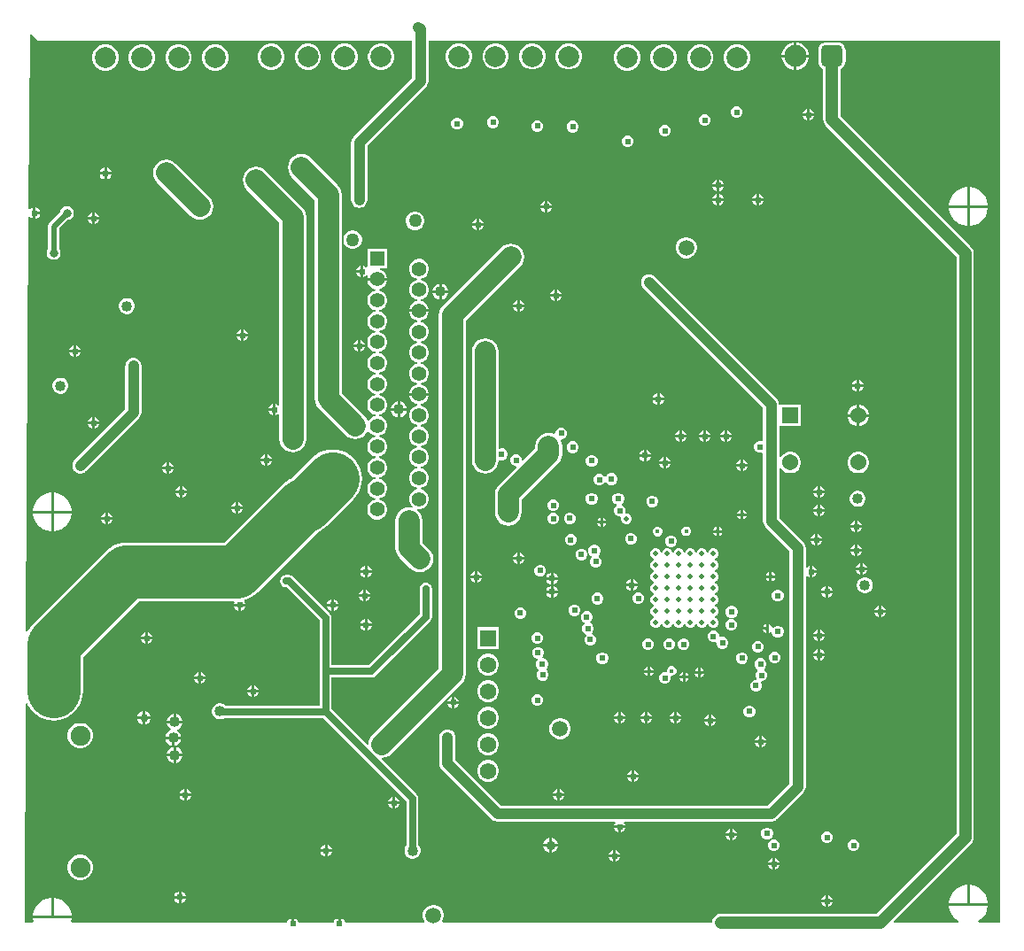
<source format=gbr>
G04*
G04 #@! TF.GenerationSoftware,Altium Limited,Altium Designer,25.2.1 (25)*
G04*
G04 Layer_Physical_Order=3*
G04 Layer_Color=16440176*
%FSLAX25Y25*%
%MOIN*%
G70*
G04*
G04 #@! TF.SameCoordinates,93333BF9-B9FA-480E-9F15-3530D08D3613*
G04*
G04*
G04 #@! TF.FilePolarity,Positive*
G04*
G01*
G75*
%ADD101C,0.06181*%
%ADD102R,0.06181X0.06181*%
%ADD105R,0.06063X0.06063*%
%ADD106C,0.06063*%
%ADD108C,0.03200*%
%ADD110C,0.02400*%
%ADD113C,0.04000*%
%ADD117C,0.02000*%
%ADD118C,0.02500*%
%ADD120C,0.00850*%
%ADD123C,0.04000*%
%ADD124C,0.08268*%
G04:AMPARAMS|DCode=125|XSize=82.68mil|YSize=82.68mil|CornerRadius=20.67mil|HoleSize=0mil|Usage=FLASHONLY|Rotation=180.000|XOffset=0mil|YOffset=0mil|HoleType=Round|Shape=RoundedRectangle|*
%AMROUNDEDRECTD125*
21,1,0.08268,0.04134,0,0,180.0*
21,1,0.04134,0.08268,0,0,180.0*
1,1,0.04134,-0.02067,0.02067*
1,1,0.04134,0.02067,0.02067*
1,1,0.04134,0.02067,-0.02067*
1,1,0.04134,-0.02067,-0.02067*
%
%ADD125ROUNDEDRECTD125*%
%ADD126C,0.07874*%
%ADD127R,0.05492X0.05492*%
%ADD128C,0.05492*%
%ADD129C,0.05906*%
%ADD130C,0.07480*%
%ADD131C,0.03000*%
%ADD132C,0.03600*%
%ADD133C,0.01600*%
%ADD134C,0.02000*%
%ADD135C,0.01968*%
%ADD136C,0.05000*%
%ADD137C,0.08000*%
%ADD138C,0.04500*%
%ADD139C,0.20000*%
G36*
X9000Y340000D02*
X149974D01*
Y325803D01*
X127860Y303690D01*
X127380Y303063D01*
X127077Y302333D01*
X126974Y301550D01*
Y280000D01*
X127077Y279217D01*
X127380Y278487D01*
X127860Y277860D01*
X128487Y277379D01*
X129217Y277077D01*
X130000Y276974D01*
X130783Y277077D01*
X131513Y277379D01*
X132140Y277860D01*
X132621Y278487D01*
X132923Y279217D01*
X133026Y280000D01*
Y300297D01*
X155140Y322410D01*
X155621Y323037D01*
X155923Y323767D01*
X156026Y324550D01*
Y340000D01*
X371000D01*
Y8000D01*
X363063D01*
X362911Y8500D01*
X363854Y9130D01*
X364870Y10147D01*
X365669Y11342D01*
X366219Y12671D01*
X366500Y14081D01*
Y14300D01*
X351900D01*
Y14081D01*
X352181Y12671D01*
X352731Y11342D01*
X353530Y10147D01*
X354546Y9130D01*
X355489Y8500D01*
X355337Y8000D01*
X331289D01*
X331098Y8462D01*
X360318Y37682D01*
X360839Y38361D01*
X361166Y39152D01*
X361278Y40000D01*
Y260000D01*
X361222Y260424D01*
X361166Y260848D01*
X360839Y261639D01*
X360318Y262318D01*
X311168Y311468D01*
Y329265D01*
X311503Y329404D01*
X312144Y329895D01*
X312636Y330536D01*
X312945Y331282D01*
X313050Y332083D01*
Y336216D01*
X312945Y337017D01*
X312636Y337763D01*
X312144Y338404D01*
X311503Y338895D01*
X310757Y339205D01*
X309957Y339310D01*
X305823D01*
X305022Y339205D01*
X304276Y338895D01*
X303636Y338404D01*
X303144Y337763D01*
X302835Y337017D01*
X302729Y336216D01*
Y332083D01*
X302835Y331282D01*
X303144Y330536D01*
X303636Y329895D01*
X304276Y329404D01*
X304612Y329265D01*
Y310110D01*
X304668Y309686D01*
X304723Y309262D01*
X305051Y308471D01*
X305572Y307792D01*
X354722Y258642D01*
Y41358D01*
X324642Y11278D01*
X266000D01*
X265152Y11166D01*
X264361Y10839D01*
X263682Y10318D01*
X263161Y9639D01*
X262834Y8848D01*
X262722Y8000D01*
X161466D01*
X161194Y8500D01*
X161583Y9174D01*
X161853Y10180D01*
Y11220D01*
X161583Y12226D01*
X161063Y13127D01*
X160327Y13863D01*
X159426Y14383D01*
X158420Y14653D01*
X157380D01*
X156374Y14383D01*
X155473Y13863D01*
X154737Y13127D01*
X154217Y12226D01*
X153947Y11220D01*
Y10180D01*
X154217Y9174D01*
X154606Y8500D01*
X154334Y8000D01*
X124674D01*
X124365Y8746D01*
X123746Y9365D01*
X123000Y9674D01*
Y7500D01*
X122000D01*
Y9674D01*
X121254Y9365D01*
X120635Y8746D01*
X120326Y8000D01*
X107174D01*
X106865Y8746D01*
X106246Y9365D01*
X105500Y9674D01*
Y7500D01*
X104500D01*
Y9674D01*
X103754Y9365D01*
X103135Y8746D01*
X102826Y8000D01*
X21939D01*
X21622Y8387D01*
X21800Y9281D01*
Y9500D01*
X7200D01*
Y9281D01*
X7378Y8387D01*
X7061Y8000D01*
X4355D01*
X4002Y8355D01*
X4492Y90319D01*
X4992Y90417D01*
X5169Y89991D01*
X6073Y88514D01*
X7198Y87198D01*
X8514Y86073D01*
X9991Y85169D01*
X11590Y84506D01*
X13274Y84102D01*
X15000Y83966D01*
X16726Y84102D01*
X18410Y84506D01*
X20009Y85169D01*
X21486Y86073D01*
X22802Y87198D01*
X23927Y88514D01*
X24831Y89991D01*
X25494Y91590D01*
X25898Y93274D01*
X26034Y95000D01*
Y107930D01*
X47070Y128966D01*
X82701D01*
X83019Y128466D01*
X82826Y128000D01*
X87174D01*
X86865Y128746D01*
X86705Y128906D01*
X86841Y129387D01*
X87336Y129506D01*
X88936Y130169D01*
X90412Y131073D01*
X91729Y132198D01*
X114480Y154949D01*
X115009Y155169D01*
X116486Y156073D01*
X117802Y157198D01*
X127802Y167198D01*
X128927Y168514D01*
X129831Y169991D01*
X130494Y171590D01*
X130898Y173274D01*
X131034Y175000D01*
X130898Y176726D01*
X130494Y178410D01*
X129831Y180009D01*
X128927Y181486D01*
X127802Y182802D01*
X126486Y183927D01*
X125009Y184831D01*
X123410Y185494D01*
X121726Y185898D01*
X120000Y186034D01*
X118274Y185898D01*
X116590Y185494D01*
X114991Y184831D01*
X113514Y183927D01*
X112198Y182802D01*
X104446Y175051D01*
X103917Y174831D01*
X102441Y173927D01*
X101124Y172802D01*
X79356Y151034D01*
X42500D01*
X40774Y150898D01*
X39090Y150494D01*
X38153Y150106D01*
X37491Y149831D01*
X36014Y148927D01*
X34698Y147802D01*
X7198Y120302D01*
X6073Y118986D01*
X5169Y117509D01*
X5154Y117473D01*
X4654Y117574D01*
X5584Y273397D01*
X6086Y273603D01*
X6554Y273135D01*
X7300Y272826D01*
Y275000D01*
Y277174D01*
X6554Y276865D01*
X6103Y276414D01*
X5604Y276622D01*
X5996Y342351D01*
X6459Y342541D01*
X9000Y340000D01*
D02*
G37*
%LPC*%
G36*
X294786Y339283D02*
X294610D01*
Y334650D01*
X299244D01*
Y334825D01*
X298894Y336131D01*
X298218Y337302D01*
X297263Y338258D01*
X296092Y338934D01*
X294786Y339283D01*
D02*
G37*
G36*
X293610D02*
X293434D01*
X292129Y338934D01*
X290958Y338258D01*
X290002Y337302D01*
X289326Y336131D01*
X288976Y334825D01*
Y334650D01*
X293610D01*
Y339283D01*
D02*
G37*
G36*
X209509Y338937D02*
X208209D01*
X206953Y338601D01*
X205828Y337951D01*
X204908Y337031D01*
X204258Y335906D01*
X203922Y334650D01*
Y333350D01*
X204258Y332094D01*
X204908Y330969D01*
X205828Y330049D01*
X206953Y329399D01*
X208209Y329063D01*
X209509D01*
X210765Y329399D01*
X211890Y330049D01*
X212810Y330969D01*
X213460Y332094D01*
X213796Y333350D01*
Y334650D01*
X213460Y335906D01*
X212810Y337031D01*
X211890Y337951D01*
X210765Y338601D01*
X209509Y338937D01*
D02*
G37*
G36*
X195729D02*
X194430D01*
X193174Y338601D01*
X192048Y337951D01*
X191129Y337031D01*
X190479Y335906D01*
X190143Y334650D01*
Y333350D01*
X190479Y332094D01*
X191129Y330969D01*
X192048Y330049D01*
X193174Y329399D01*
X194430Y329063D01*
X195729D01*
X196985Y329399D01*
X198111Y330049D01*
X199030Y330969D01*
X199680Y332094D01*
X200016Y333350D01*
Y334650D01*
X199680Y335906D01*
X199030Y337031D01*
X198111Y337951D01*
X196985Y338601D01*
X195729Y338937D01*
D02*
G37*
G36*
X181950D02*
X180650D01*
X179394Y338601D01*
X178269Y337951D01*
X177349Y337031D01*
X176699Y335906D01*
X176363Y334650D01*
Y333350D01*
X176699Y332094D01*
X177349Y330969D01*
X178269Y330049D01*
X179394Y329399D01*
X180650Y329063D01*
X181950D01*
X183206Y329399D01*
X184331Y330049D01*
X185251Y330969D01*
X185901Y332094D01*
X186237Y333350D01*
Y334650D01*
X185901Y335906D01*
X185251Y337031D01*
X184331Y337951D01*
X183206Y338601D01*
X181950Y338937D01*
D02*
G37*
G36*
X168170D02*
X166870D01*
X165615Y338601D01*
X164489Y337951D01*
X163570Y337031D01*
X162920Y335906D01*
X162583Y334650D01*
Y333350D01*
X162920Y332094D01*
X163570Y330969D01*
X164489Y330049D01*
X165615Y329399D01*
X166870Y329063D01*
X168170D01*
X169426Y329399D01*
X170552Y330049D01*
X171471Y330969D01*
X172121Y332094D01*
X172458Y333350D01*
Y334650D01*
X172121Y335906D01*
X171471Y337031D01*
X170552Y337951D01*
X169426Y338601D01*
X168170Y338937D01*
D02*
G37*
G36*
X299244Y333650D02*
X294610D01*
Y329016D01*
X294786D01*
X296092Y329365D01*
X297263Y330041D01*
X298218Y330997D01*
X298894Y332168D01*
X299244Y333474D01*
Y333650D01*
D02*
G37*
G36*
X293610D02*
X288976D01*
Y333474D01*
X289326Y332168D01*
X290002Y330997D01*
X290958Y330041D01*
X292129Y329365D01*
X293434Y329016D01*
X293610D01*
Y333650D01*
D02*
G37*
G36*
X138911Y338737D02*
X137611D01*
X136356Y338401D01*
X135230Y337751D01*
X134311Y336831D01*
X133661Y335706D01*
X133324Y334450D01*
Y333150D01*
X133661Y331894D01*
X134311Y330769D01*
X135230Y329849D01*
X136356Y329199D01*
X137611Y328863D01*
X138911D01*
X140167Y329199D01*
X141293Y329849D01*
X142212Y330769D01*
X142862Y331894D01*
X143198Y333150D01*
Y334450D01*
X142862Y335706D01*
X142212Y336831D01*
X141293Y337751D01*
X140167Y338401D01*
X138911Y338737D01*
D02*
G37*
G36*
X125132D02*
X123832D01*
X122576Y338401D01*
X121450Y337751D01*
X120531Y336831D01*
X119881Y335706D01*
X119545Y334450D01*
Y333150D01*
X119881Y331894D01*
X120531Y330769D01*
X121450Y329849D01*
X122576Y329199D01*
X123832Y328863D01*
X125132D01*
X126387Y329199D01*
X127513Y329849D01*
X128432Y330769D01*
X129082Y331894D01*
X129419Y333150D01*
Y334450D01*
X129082Y335706D01*
X128432Y336831D01*
X127513Y337751D01*
X126387Y338401D01*
X125132Y338737D01*
D02*
G37*
G36*
X111352D02*
X110052D01*
X108797Y338401D01*
X107671Y337751D01*
X106752Y336831D01*
X106102Y335706D01*
X105765Y334450D01*
Y333150D01*
X106102Y331894D01*
X106752Y330769D01*
X107671Y329849D01*
X108797Y329199D01*
X110052Y328863D01*
X111352D01*
X112608Y329199D01*
X113733Y329849D01*
X114653Y330769D01*
X115303Y331894D01*
X115639Y333150D01*
Y334450D01*
X115303Y335706D01*
X114653Y336831D01*
X113733Y337751D01*
X112608Y338401D01*
X111352Y338737D01*
D02*
G37*
G36*
X97573D02*
X96273D01*
X95017Y338401D01*
X93891Y337751D01*
X92972Y336831D01*
X92322Y335706D01*
X91986Y334450D01*
Y333150D01*
X92322Y331894D01*
X92972Y330769D01*
X93891Y329849D01*
X95017Y329199D01*
X96273Y328863D01*
X97573D01*
X98828Y329199D01*
X99954Y329849D01*
X100873Y330769D01*
X101523Y331894D01*
X101860Y333150D01*
Y334450D01*
X101523Y335706D01*
X100873Y336831D01*
X99954Y337751D01*
X98828Y338401D01*
X97573Y338737D01*
D02*
G37*
G36*
X272789Y338537D02*
X271489D01*
X270233Y338201D01*
X269107Y337551D01*
X268188Y336631D01*
X267538Y335506D01*
X267202Y334250D01*
Y332950D01*
X267538Y331694D01*
X268188Y330569D01*
X269107Y329649D01*
X270233Y328999D01*
X271489Y328663D01*
X272789D01*
X274044Y328999D01*
X275170Y329649D01*
X276089Y330569D01*
X276739Y331694D01*
X277076Y332950D01*
Y334250D01*
X276739Y335506D01*
X276089Y336631D01*
X275170Y337551D01*
X274044Y338201D01*
X272789Y338537D01*
D02*
G37*
G36*
X259009D02*
X257709D01*
X256453Y338201D01*
X255328Y337551D01*
X254409Y336631D01*
X253759Y335506D01*
X253422Y334250D01*
Y332950D01*
X253759Y331694D01*
X254409Y330569D01*
X255328Y329649D01*
X256453Y328999D01*
X257709Y328663D01*
X259009D01*
X260265Y328999D01*
X261390Y329649D01*
X262310Y330569D01*
X262960Y331694D01*
X263296Y332950D01*
Y334250D01*
X262960Y335506D01*
X262310Y336631D01*
X261390Y337551D01*
X260265Y338201D01*
X259009Y338537D01*
D02*
G37*
G36*
X245230D02*
X243930D01*
X242674Y338201D01*
X241548Y337551D01*
X240629Y336631D01*
X239979Y335506D01*
X239643Y334250D01*
Y332950D01*
X239979Y331694D01*
X240629Y330569D01*
X241548Y329649D01*
X242674Y328999D01*
X243930Y328663D01*
X245230D01*
X246485Y328999D01*
X247611Y329649D01*
X248530Y330569D01*
X249180Y331694D01*
X249517Y332950D01*
Y334250D01*
X249180Y335506D01*
X248530Y336631D01*
X247611Y337551D01*
X246485Y338201D01*
X245230Y338537D01*
D02*
G37*
G36*
X231450D02*
X230150D01*
X228894Y338201D01*
X227769Y337551D01*
X226849Y336631D01*
X226199Y335506D01*
X225863Y334250D01*
Y332950D01*
X226199Y331694D01*
X226849Y330569D01*
X227769Y329649D01*
X228894Y328999D01*
X230150Y328663D01*
X231450D01*
X232706Y328999D01*
X233831Y329649D01*
X234751Y330569D01*
X235401Y331694D01*
X235737Y332950D01*
Y334250D01*
X235401Y335506D01*
X234751Y336631D01*
X233831Y337551D01*
X232706Y338201D01*
X231450Y338537D01*
D02*
G37*
G36*
X76450Y338437D02*
X75150D01*
X73894Y338101D01*
X72769Y337451D01*
X71849Y336531D01*
X71199Y335406D01*
X70863Y334150D01*
Y332850D01*
X71199Y331594D01*
X71849Y330469D01*
X72769Y329549D01*
X73894Y328899D01*
X75150Y328563D01*
X76450D01*
X77706Y328899D01*
X78831Y329549D01*
X79751Y330469D01*
X80401Y331594D01*
X80737Y332850D01*
Y334150D01*
X80401Y335406D01*
X79751Y336531D01*
X78831Y337451D01*
X77706Y338101D01*
X76450Y338437D01*
D02*
G37*
G36*
X62670D02*
X61370D01*
X60115Y338101D01*
X58989Y337451D01*
X58070Y336531D01*
X57420Y335406D01*
X57083Y334150D01*
Y332850D01*
X57420Y331594D01*
X58070Y330469D01*
X58989Y329549D01*
X60115Y328899D01*
X61370Y328563D01*
X62670D01*
X63926Y328899D01*
X65052Y329549D01*
X65971Y330469D01*
X66621Y331594D01*
X66957Y332850D01*
Y334150D01*
X66621Y335406D01*
X65971Y336531D01*
X65052Y337451D01*
X63926Y338101D01*
X62670Y338437D01*
D02*
G37*
G36*
X48891D02*
X47591D01*
X46335Y338101D01*
X45210Y337451D01*
X44290Y336531D01*
X43640Y335406D01*
X43304Y334150D01*
Y332850D01*
X43640Y331594D01*
X44290Y330469D01*
X45210Y329549D01*
X46335Y328899D01*
X47591Y328563D01*
X48891D01*
X50147Y328899D01*
X51272Y329549D01*
X52192Y330469D01*
X52842Y331594D01*
X53178Y332850D01*
Y334150D01*
X52842Y335406D01*
X52192Y336531D01*
X51272Y337451D01*
X50147Y338101D01*
X48891Y338437D01*
D02*
G37*
G36*
X35111D02*
X33812D01*
X32556Y338101D01*
X31430Y337451D01*
X30511Y336531D01*
X29861Y335406D01*
X29524Y334150D01*
Y332850D01*
X29861Y331594D01*
X30511Y330469D01*
X31430Y329549D01*
X32556Y328899D01*
X33812Y328563D01*
X35111D01*
X36367Y328899D01*
X37493Y329549D01*
X38412Y330469D01*
X39062Y331594D01*
X39398Y332850D01*
Y334150D01*
X39062Y335406D01*
X38412Y336531D01*
X37493Y337451D01*
X36367Y338101D01*
X35111Y338437D01*
D02*
G37*
G36*
X299500Y314174D02*
Y312500D01*
X301174D01*
X300865Y313246D01*
X300246Y313865D01*
X299500Y314174D01*
D02*
G37*
G36*
X298500D02*
X297754Y313865D01*
X297135Y313246D01*
X296826Y312500D01*
X298500D01*
Y314174D01*
D02*
G37*
G36*
X272438Y315200D02*
X271562D01*
X270754Y314865D01*
X270135Y314246D01*
X269800Y313438D01*
Y312562D01*
X270135Y311754D01*
X270754Y311135D01*
X271562Y310800D01*
X272438D01*
X273246Y311135D01*
X273865Y311754D01*
X274200Y312562D01*
Y313438D01*
X273865Y314246D01*
X273246Y314865D01*
X272438Y315200D01*
D02*
G37*
G36*
X301174Y311500D02*
X299500D01*
Y309826D01*
X300246Y310135D01*
X300865Y310754D01*
X301174Y311500D01*
D02*
G37*
G36*
X298500D02*
X296826D01*
X297135Y310754D01*
X297754Y310135D01*
X298500Y309826D01*
Y311500D01*
D02*
G37*
G36*
X260438Y312200D02*
X259562D01*
X258754Y311865D01*
X258135Y311246D01*
X257800Y310438D01*
Y309562D01*
X258135Y308754D01*
X258754Y308135D01*
X259562Y307800D01*
X260438D01*
X261246Y308135D01*
X261865Y308754D01*
X262200Y309562D01*
Y310438D01*
X261865Y311246D01*
X261246Y311865D01*
X260438Y312200D01*
D02*
G37*
G36*
X180838Y311400D02*
X179962D01*
X179154Y311065D01*
X178535Y310446D01*
X178200Y309638D01*
Y308762D01*
X178535Y307954D01*
X179154Y307335D01*
X179962Y307000D01*
X180838D01*
X181646Y307335D01*
X182265Y307954D01*
X182600Y308762D01*
Y309638D01*
X182265Y310446D01*
X181646Y311065D01*
X180838Y311400D01*
D02*
G37*
G36*
X167238Y310900D02*
X166362D01*
X165554Y310565D01*
X164935Y309946D01*
X164600Y309138D01*
Y308262D01*
X164935Y307454D01*
X165554Y306835D01*
X166362Y306500D01*
X167238D01*
X168046Y306835D01*
X168665Y307454D01*
X169000Y308262D01*
Y309138D01*
X168665Y309946D01*
X168046Y310565D01*
X167238Y310900D01*
D02*
G37*
G36*
X197438Y310000D02*
X196562D01*
X195754Y309665D01*
X195135Y309046D01*
X194800Y308238D01*
Y307362D01*
X195135Y306554D01*
X195754Y305935D01*
X196562Y305600D01*
X197438D01*
X198246Y305935D01*
X198865Y306554D01*
X199200Y307362D01*
Y308238D01*
X198865Y309046D01*
X198246Y309665D01*
X197438Y310000D01*
D02*
G37*
G36*
X210838Y309781D02*
X209962D01*
X209154Y309446D01*
X208535Y308827D01*
X208200Y308018D01*
Y307143D01*
X208535Y306334D01*
X209154Y305715D01*
X209962Y305381D01*
X210838D01*
X211646Y305715D01*
X212265Y306334D01*
X212600Y307143D01*
Y308018D01*
X212265Y308827D01*
X211646Y309446D01*
X210838Y309781D01*
D02*
G37*
G36*
X245438Y308200D02*
X244562D01*
X243754Y307865D01*
X243135Y307246D01*
X242800Y306438D01*
Y305562D01*
X243135Y304754D01*
X243754Y304135D01*
X244562Y303800D01*
X245438D01*
X246246Y304135D01*
X246865Y304754D01*
X247200Y305562D01*
Y306438D01*
X246865Y307246D01*
X246246Y307865D01*
X245438Y308200D01*
D02*
G37*
G36*
X231438Y304200D02*
X230562D01*
X229754Y303865D01*
X229135Y303246D01*
X228800Y302438D01*
Y301562D01*
X229135Y300754D01*
X229754Y300135D01*
X230562Y299800D01*
X231438D01*
X232246Y300135D01*
X232865Y300754D01*
X233200Y301562D01*
Y302438D01*
X232865Y303246D01*
X232246Y303865D01*
X231438Y304200D01*
D02*
G37*
G36*
X35000Y292074D02*
Y290400D01*
X36674D01*
X36365Y291146D01*
X35746Y291765D01*
X35000Y292074D01*
D02*
G37*
G36*
X34000D02*
X33254Y291765D01*
X32635Y291146D01*
X32326Y290400D01*
X34000D01*
Y292074D01*
D02*
G37*
G36*
X36674Y289400D02*
X35000D01*
Y287726D01*
X35746Y288035D01*
X36365Y288654D01*
X36674Y289400D01*
D02*
G37*
G36*
X34000D02*
X32326D01*
X32635Y288654D01*
X33254Y288035D01*
X34000Y287726D01*
Y289400D01*
D02*
G37*
G36*
X265625Y287574D02*
Y285900D01*
X267299D01*
X266990Y286646D01*
X266371Y287265D01*
X265625Y287574D01*
D02*
G37*
G36*
X264625D02*
X263879Y287265D01*
X263260Y286646D01*
X262951Y285900D01*
X264625D01*
Y287574D01*
D02*
G37*
G36*
X267299Y284900D02*
X265625D01*
Y283226D01*
X266371Y283535D01*
X266990Y284154D01*
X267299Y284900D01*
D02*
G37*
G36*
X264625D02*
X262951D01*
X263260Y284154D01*
X263879Y283535D01*
X264625Y283226D01*
Y284900D01*
D02*
G37*
G36*
X280500Y282174D02*
Y280500D01*
X282174D01*
X281865Y281246D01*
X281246Y281865D01*
X280500Y282174D01*
D02*
G37*
G36*
X279500D02*
X278754Y281865D01*
X278135Y281246D01*
X277826Y280500D01*
X279500D01*
Y282174D01*
D02*
G37*
G36*
X265625D02*
Y280500D01*
X267299D01*
X266990Y281246D01*
X266371Y281865D01*
X265625Y282174D01*
D02*
G37*
G36*
X264625D02*
X263879Y281865D01*
X263260Y281246D01*
X262951Y280500D01*
X264625D01*
Y282174D01*
D02*
G37*
G36*
X359919Y284800D02*
X359700D01*
Y278000D01*
X366500D01*
Y278219D01*
X366219Y279629D01*
X365669Y280958D01*
X364870Y282154D01*
X363854Y283170D01*
X362658Y283969D01*
X361329Y284520D01*
X359919Y284800D01*
D02*
G37*
G36*
X358700D02*
X358481D01*
X357071Y284520D01*
X355742Y283969D01*
X354546Y283170D01*
X353530Y282154D01*
X352731Y280958D01*
X352181Y279629D01*
X351900Y278219D01*
Y278000D01*
X358700D01*
Y284800D01*
D02*
G37*
G36*
X200901Y279573D02*
Y277899D01*
X202575D01*
X202266Y278645D01*
X201647Y279264D01*
X200901Y279573D01*
D02*
G37*
G36*
X199901D02*
X199155Y279264D01*
X198536Y278645D01*
X198227Y277899D01*
X199901D01*
Y279573D01*
D02*
G37*
G36*
X282174Y279500D02*
X280500D01*
Y277826D01*
X281246Y278135D01*
X281865Y278754D01*
X282174Y279500D01*
D02*
G37*
G36*
X279500D02*
X277826D01*
X278135Y278754D01*
X278754Y278135D01*
X279500Y277826D01*
Y279500D01*
D02*
G37*
G36*
X267299D02*
X265625D01*
Y277826D01*
X266371Y278135D01*
X266990Y278754D01*
X267299Y279500D01*
D02*
G37*
G36*
X264625D02*
X262951D01*
X263260Y278754D01*
X263879Y278135D01*
X264625Y277826D01*
Y279500D01*
D02*
G37*
G36*
X8300Y277174D02*
Y275500D01*
X9974D01*
X9665Y276246D01*
X9046Y276865D01*
X8300Y277174D01*
D02*
G37*
G36*
X202575Y276899D02*
X200901D01*
Y275224D01*
X201647Y275534D01*
X202266Y276152D01*
X202575Y276899D01*
D02*
G37*
G36*
X199901D02*
X198227D01*
X198536Y276152D01*
X199155Y275534D01*
X199901Y275224D01*
Y276899D01*
D02*
G37*
G36*
X30500Y275174D02*
Y273500D01*
X32174D01*
X31865Y274246D01*
X31246Y274865D01*
X30500Y275174D01*
D02*
G37*
G36*
X29500D02*
X28754Y274865D01*
X28135Y274246D01*
X27826Y273500D01*
X29500D01*
Y275174D01*
D02*
G37*
G36*
X9974Y274500D02*
X8300D01*
Y272826D01*
X9046Y273135D01*
X9665Y273754D01*
X9974Y274500D01*
D02*
G37*
G36*
X57400Y295143D02*
X56095Y294971D01*
X54878Y294467D01*
X53834Y293666D01*
X53032Y292622D01*
X52529Y291405D01*
X52357Y290100D01*
X52529Y288795D01*
X53032Y287578D01*
X53834Y286534D01*
X66434Y273934D01*
X67478Y273132D01*
X68695Y272629D01*
X70000Y272457D01*
X71305Y272629D01*
X72522Y273132D01*
X73566Y273934D01*
X74367Y274978D01*
X74871Y276195D01*
X75043Y277500D01*
X74871Y278805D01*
X74367Y280022D01*
X73566Y281066D01*
X60966Y293666D01*
X59922Y294467D01*
X58705Y294971D01*
X57400Y295143D01*
D02*
G37*
G36*
X175200Y272774D02*
Y271100D01*
X176874D01*
X176565Y271846D01*
X175946Y272465D01*
X175200Y272774D01*
D02*
G37*
G36*
X174200D02*
X173454Y272465D01*
X172835Y271846D01*
X172526Y271100D01*
X174200D01*
Y272774D01*
D02*
G37*
G36*
X32174Y272500D02*
X30500D01*
Y270826D01*
X31246Y271135D01*
X31865Y271754D01*
X32174Y272500D01*
D02*
G37*
G36*
X29500D02*
X27826D01*
X28135Y271754D01*
X28754Y271135D01*
X29500Y270826D01*
Y272500D01*
D02*
G37*
G36*
X366500Y277000D02*
X359700D01*
Y270200D01*
X359919D01*
X361329Y270480D01*
X362658Y271031D01*
X363854Y271830D01*
X364870Y272847D01*
X365669Y274042D01*
X366219Y275371D01*
X366500Y276781D01*
Y277000D01*
D02*
G37*
G36*
X358700D02*
X351900D01*
Y276781D01*
X352181Y275371D01*
X352731Y274042D01*
X353530Y272847D01*
X354546Y271830D01*
X355742Y271031D01*
X357071Y270480D01*
X358481Y270200D01*
X358700D01*
Y277000D01*
D02*
G37*
G36*
X151461Y275600D02*
X150539D01*
X149649Y275361D01*
X148851Y274901D01*
X148199Y274249D01*
X147739Y273451D01*
X147500Y272561D01*
Y271639D01*
X147739Y270749D01*
X148199Y269951D01*
X148851Y269299D01*
X149649Y268839D01*
X150539Y268600D01*
X151461D01*
X152351Y268839D01*
X153149Y269299D01*
X153801Y269951D01*
X154262Y270749D01*
X154500Y271639D01*
Y272561D01*
X154262Y273451D01*
X153801Y274249D01*
X153149Y274901D01*
X152351Y275361D01*
X151461Y275600D01*
D02*
G37*
G36*
X176874Y270100D02*
X175200D01*
Y268426D01*
X175946Y268735D01*
X176565Y269354D01*
X176874Y270100D01*
D02*
G37*
G36*
X174200D02*
X172526D01*
X172835Y269354D01*
X173454Y268735D01*
X174200Y268426D01*
Y270100D01*
D02*
G37*
G36*
X127961Y268500D02*
X127039D01*
X126149Y268262D01*
X125351Y267801D01*
X124699Y267149D01*
X124239Y266351D01*
X124000Y265461D01*
Y264539D01*
X124239Y263649D01*
X124699Y262851D01*
X125351Y262199D01*
X126149Y261738D01*
X127039Y261500D01*
X127961D01*
X128851Y261738D01*
X129649Y262199D01*
X130301Y262851D01*
X130762Y263649D01*
X131000Y264539D01*
Y265461D01*
X130762Y266351D01*
X130301Y267149D01*
X129649Y267801D01*
X128851Y268262D01*
X127961Y268500D01*
D02*
G37*
G36*
X253620Y265953D02*
X252580D01*
X251574Y265683D01*
X250673Y265163D01*
X249937Y264427D01*
X249417Y263526D01*
X249147Y262520D01*
Y261480D01*
X249417Y260474D01*
X249937Y259573D01*
X250673Y258837D01*
X251574Y258317D01*
X252580Y258047D01*
X253620D01*
X254626Y258317D01*
X255527Y258837D01*
X256263Y259573D01*
X256783Y260474D01*
X257053Y261480D01*
Y262520D01*
X256783Y263526D01*
X256263Y264427D01*
X255527Y265163D01*
X254626Y265683D01*
X253620Y265953D01*
D02*
G37*
G36*
X20342Y277600D02*
X19658D01*
X18996Y277423D01*
X18404Y277080D01*
X17920Y276596D01*
X17577Y276004D01*
X17400Y275342D01*
Y275284D01*
X13558Y271442D01*
X13116Y270780D01*
X12961Y270000D01*
Y261638D01*
X12920Y261596D01*
X12577Y261004D01*
X12400Y260342D01*
Y259658D01*
X12577Y258996D01*
X12920Y258404D01*
X13404Y257920D01*
X13996Y257577D01*
X14658Y257400D01*
X15342D01*
X16004Y257577D01*
X16596Y257920D01*
X17081Y258404D01*
X17423Y258996D01*
X17600Y259658D01*
Y260342D01*
X17423Y261004D01*
X17081Y261596D01*
X17039Y261638D01*
Y269155D01*
X20284Y272400D01*
X20342D01*
X21004Y272577D01*
X21596Y272920D01*
X22081Y273404D01*
X22423Y273996D01*
X22600Y274658D01*
Y275342D01*
X22423Y276004D01*
X22081Y276596D01*
X21596Y277080D01*
X21004Y277423D01*
X20342Y277600D01*
D02*
G37*
G36*
X140498Y261679D02*
X133006D01*
Y254813D01*
X132506Y254605D01*
X132246Y254865D01*
X131500Y255174D01*
Y253000D01*
Y250826D01*
X132246Y251135D01*
X132696Y251585D01*
X132822Y251711D01*
X133226Y251521D01*
X133233Y251401D01*
X133210Y251313D01*
X133008Y250559D01*
X136752D01*
X140496D01*
X140243Y251505D01*
X139750Y252359D01*
X139052Y253057D01*
X138198Y253550D01*
X137686Y253687D01*
X137752Y254187D01*
X140498D01*
Y261679D01*
D02*
G37*
G36*
X130500Y255174D02*
X129754Y254865D01*
X129135Y254246D01*
X128826Y253500D01*
X130500D01*
Y255174D01*
D02*
G37*
G36*
Y252500D02*
X128826D01*
X129135Y251754D01*
X129754Y251135D01*
X130500Y250826D01*
Y252500D01*
D02*
G37*
G36*
X161000Y248372D02*
Y245900D01*
X163472D01*
X163296Y246558D01*
X162901Y247242D01*
X162342Y247801D01*
X161658Y248196D01*
X161000Y248372D01*
D02*
G37*
G36*
X160000D02*
X159342Y248196D01*
X158658Y247801D01*
X158099Y247242D01*
X157704Y246558D01*
X157528Y245900D01*
X160000D01*
Y248372D01*
D02*
G37*
G36*
X204500Y246174D02*
Y244500D01*
X206174D01*
X205865Y245246D01*
X205246Y245865D01*
X204500Y246174D01*
D02*
G37*
G36*
X203500D02*
X202754Y245865D01*
X202135Y245246D01*
X201826Y244500D01*
X203500D01*
Y246174D01*
D02*
G37*
G36*
X163472Y244900D02*
X161000D01*
Y242428D01*
X161658Y242604D01*
X162342Y242999D01*
X162901Y243558D01*
X163296Y244242D01*
X163472Y244900D01*
D02*
G37*
G36*
X160000D02*
X157528D01*
X157704Y244242D01*
X158099Y243558D01*
X158658Y242999D01*
X159342Y242604D01*
X160000Y242428D01*
Y244900D01*
D02*
G37*
G36*
X206174Y243500D02*
X204500D01*
Y241826D01*
X205246Y242135D01*
X205865Y242754D01*
X206174Y243500D01*
D02*
G37*
G36*
X203500D02*
X201826D01*
X202135Y242754D01*
X202754Y242135D01*
X203500Y241826D01*
Y243500D01*
D02*
G37*
G36*
X190500Y242174D02*
Y240500D01*
X192174D01*
X191865Y241246D01*
X191246Y241865D01*
X190500Y242174D01*
D02*
G37*
G36*
X189500D02*
X188754Y241865D01*
X188135Y241246D01*
X187826Y240500D01*
X189500D01*
Y242174D01*
D02*
G37*
G36*
X152993Y257742D02*
X152007D01*
X151054Y257487D01*
X150200Y256994D01*
X149502Y256296D01*
X149009Y255442D01*
X148754Y254489D01*
Y253503D01*
X149009Y252550D01*
X149502Y251696D01*
X150200Y250998D01*
X151054Y250505D01*
X151753Y250318D01*
Y249800D01*
X151054Y249613D01*
X150200Y249120D01*
X149502Y248422D01*
X149009Y247568D01*
X148754Y246615D01*
Y245629D01*
X149009Y244676D01*
X149502Y243822D01*
X150200Y243125D01*
X151054Y242631D01*
X151753Y242444D01*
Y241926D01*
X151054Y241739D01*
X150200Y241246D01*
X149502Y240548D01*
X149009Y239694D01*
X148756Y238748D01*
X152500D01*
X156244D01*
X155991Y239694D01*
X155498Y240548D01*
X154800Y241246D01*
X153946Y241739D01*
X153246Y241926D01*
Y242444D01*
X153946Y242631D01*
X154800Y243125D01*
X155498Y243822D01*
X155991Y244676D01*
X156246Y245629D01*
Y246615D01*
X155991Y247568D01*
X155498Y248422D01*
X154800Y249120D01*
X153946Y249613D01*
X153246Y249800D01*
Y250318D01*
X153946Y250505D01*
X154800Y250998D01*
X155498Y251696D01*
X155991Y252550D01*
X156246Y253503D01*
Y254489D01*
X155991Y255442D01*
X155498Y256296D01*
X154800Y256994D01*
X153946Y257487D01*
X152993Y257742D01*
D02*
G37*
G36*
X192174Y239500D02*
X190500D01*
Y237826D01*
X191246Y238135D01*
X191865Y238754D01*
X192174Y239500D01*
D02*
G37*
G36*
X189500D02*
X187826D01*
X188135Y238754D01*
X188754Y238135D01*
X189500Y237826D01*
Y239500D01*
D02*
G37*
G36*
X42895Y243000D02*
X42105D01*
X41342Y242796D01*
X40658Y242401D01*
X40099Y241842D01*
X39704Y241158D01*
X39500Y240395D01*
Y239605D01*
X39704Y238842D01*
X40099Y238158D01*
X40658Y237599D01*
X41342Y237204D01*
X42105Y237000D01*
X42895D01*
X43658Y237204D01*
X44342Y237599D01*
X44901Y238158D01*
X45296Y238842D01*
X45500Y239605D01*
Y240395D01*
X45296Y241158D01*
X44901Y241842D01*
X44342Y242401D01*
X43658Y242796D01*
X42895Y243000D01*
D02*
G37*
G36*
X86500Y231174D02*
Y229500D01*
X88174D01*
X87865Y230246D01*
X87246Y230865D01*
X86500Y231174D01*
D02*
G37*
G36*
X85500D02*
X84754Y230865D01*
X84135Y230246D01*
X83826Y229500D01*
X85500D01*
Y231174D01*
D02*
G37*
G36*
X88174Y228500D02*
X86500D01*
Y226826D01*
X87246Y227135D01*
X87865Y227754D01*
X88174Y228500D01*
D02*
G37*
G36*
X85500D02*
X83826D01*
X84135Y227754D01*
X84754Y227135D01*
X85500Y226826D01*
Y228500D01*
D02*
G37*
G36*
X130500Y227174D02*
Y225500D01*
X132174D01*
X131865Y226246D01*
X131246Y226865D01*
X130500Y227174D01*
D02*
G37*
G36*
X129500D02*
X128754Y226865D01*
X128135Y226246D01*
X127826Y225500D01*
X129500D01*
Y227174D01*
D02*
G37*
G36*
X23500Y225174D02*
Y223500D01*
X25174D01*
X24865Y224246D01*
X24246Y224865D01*
X23500Y225174D01*
D02*
G37*
G36*
X22500D02*
X21754Y224865D01*
X21135Y224246D01*
X20826Y223500D01*
X22500D01*
Y225174D01*
D02*
G37*
G36*
X132174Y224500D02*
X130500D01*
Y222826D01*
X131246Y223135D01*
X131865Y223754D01*
X132174Y224500D01*
D02*
G37*
G36*
X129500D02*
X127826D01*
X128135Y223754D01*
X128754Y223135D01*
X129500Y222826D01*
Y224500D01*
D02*
G37*
G36*
X25174Y222500D02*
X23500D01*
Y220826D01*
X24246Y221135D01*
X24865Y221754D01*
X25174Y222500D01*
D02*
G37*
G36*
X22500D02*
X20826D01*
X21135Y221754D01*
X21754Y221135D01*
X22500Y220826D01*
Y222500D01*
D02*
G37*
G36*
X318000Y212174D02*
Y210500D01*
X319674D01*
X319365Y211246D01*
X318746Y211865D01*
X318000Y212174D01*
D02*
G37*
G36*
X317000D02*
X316254Y211865D01*
X315635Y211246D01*
X315326Y210500D01*
X317000D01*
Y212174D01*
D02*
G37*
G36*
X319674Y209500D02*
X318000D01*
Y207826D01*
X318746Y208135D01*
X319365Y208754D01*
X319674Y209500D01*
D02*
G37*
G36*
X317000D02*
X315326D01*
X315635Y208754D01*
X316254Y208135D01*
X317000Y207826D01*
Y209500D01*
D02*
G37*
G36*
X156244Y237748D02*
X152500D01*
X148756D01*
X149009Y236802D01*
X149502Y235948D01*
X150200Y235250D01*
X151054Y234757D01*
X151753Y234570D01*
Y234052D01*
X151054Y233865D01*
X150200Y233372D01*
X149502Y232674D01*
X149009Y231820D01*
X148754Y230867D01*
Y229881D01*
X149009Y228928D01*
X149502Y228074D01*
X150200Y227376D01*
X151054Y226883D01*
X151753Y226696D01*
Y226178D01*
X151054Y225991D01*
X150200Y225498D01*
X149502Y224800D01*
X149009Y223946D01*
X148754Y222993D01*
Y222007D01*
X149009Y221054D01*
X149502Y220200D01*
X150200Y219502D01*
X151054Y219009D01*
X151753Y218822D01*
Y218304D01*
X151054Y218117D01*
X150200Y217624D01*
X149502Y216926D01*
X149009Y216072D01*
X148754Y215119D01*
Y214133D01*
X149009Y213180D01*
X149502Y212326D01*
X150200Y211628D01*
X151054Y211135D01*
X151753Y210948D01*
Y210430D01*
X151054Y210243D01*
X150200Y209750D01*
X149502Y209052D01*
X149009Y208198D01*
X148756Y207252D01*
X152500D01*
X156244D01*
X155991Y208198D01*
X155498Y209052D01*
X154800Y209750D01*
X153946Y210243D01*
X153246Y210430D01*
Y210948D01*
X153946Y211135D01*
X154800Y211628D01*
X155498Y212326D01*
X155991Y213180D01*
X156246Y214133D01*
Y215119D01*
X155991Y216072D01*
X155498Y216926D01*
X154800Y217624D01*
X153946Y218117D01*
X153246Y218304D01*
Y218822D01*
X153946Y219009D01*
X154800Y219502D01*
X155498Y220200D01*
X155991Y221054D01*
X156246Y222007D01*
Y222993D01*
X155991Y223946D01*
X155498Y224800D01*
X154800Y225498D01*
X153946Y225991D01*
X153246Y226178D01*
Y226696D01*
X153946Y226883D01*
X154800Y227376D01*
X155498Y228074D01*
X155991Y228928D01*
X156246Y229881D01*
Y230867D01*
X155991Y231820D01*
X155498Y232674D01*
X154800Y233372D01*
X153946Y233865D01*
X153246Y234052D01*
Y234570D01*
X153946Y234757D01*
X154800Y235250D01*
X155498Y235948D01*
X155991Y236802D01*
X156244Y237748D01*
D02*
G37*
G36*
X17895Y213000D02*
X17105D01*
X16342Y212796D01*
X15658Y212401D01*
X15099Y211842D01*
X14704Y211158D01*
X14500Y210395D01*
Y209605D01*
X14704Y208842D01*
X15099Y208158D01*
X15658Y207599D01*
X16342Y207204D01*
X17105Y207000D01*
X17895D01*
X18658Y207204D01*
X19342Y207599D01*
X19901Y208158D01*
X20296Y208842D01*
X20500Y209605D01*
Y210395D01*
X20296Y211158D01*
X19901Y211842D01*
X19342Y212401D01*
X18658Y212796D01*
X17895Y213000D01*
D02*
G37*
G36*
X243000Y207174D02*
Y205500D01*
X244674D01*
X244365Y206246D01*
X243746Y206865D01*
X243000Y207174D01*
D02*
G37*
G36*
X242000D02*
X241254Y206865D01*
X240635Y206246D01*
X240326Y205500D01*
X242000D01*
Y207174D01*
D02*
G37*
G36*
X244674Y204500D02*
X243000D01*
Y202826D01*
X243746Y203135D01*
X244365Y203754D01*
X244674Y204500D01*
D02*
G37*
G36*
X242000D02*
X240326D01*
X240635Y203754D01*
X241254Y203135D01*
X242000Y202826D01*
Y204500D01*
D02*
G37*
G36*
X91200Y292443D02*
X89895Y292271D01*
X88678Y291768D01*
X87634Y290966D01*
X86832Y289922D01*
X86329Y288705D01*
X86157Y287400D01*
X86329Y286095D01*
X86832Y284878D01*
X87634Y283834D01*
X99957Y271511D01*
Y202861D01*
X99457Y202654D01*
X99246Y202865D01*
X98500Y203174D01*
Y201000D01*
Y198826D01*
X99246Y199135D01*
X99457Y199346D01*
X99957Y199138D01*
Y190000D01*
X100129Y188695D01*
X100633Y187478D01*
X101434Y186434D01*
X102478Y185633D01*
X103695Y185129D01*
X105000Y184957D01*
X106305Y185129D01*
X107522Y185633D01*
X108566Y186434D01*
X109368Y187478D01*
X109871Y188695D01*
X110043Y190000D01*
Y273600D01*
X109871Y274905D01*
X109368Y276122D01*
X108566Y277166D01*
X94766Y290966D01*
X93722Y291768D01*
X92505Y292271D01*
X91200Y292443D01*
D02*
G37*
G36*
X145400Y204072D02*
Y201600D01*
X147872D01*
X147696Y202258D01*
X147301Y202942D01*
X146742Y203501D01*
X146058Y203896D01*
X145400Y204072D01*
D02*
G37*
G36*
X144400D02*
X143742Y203896D01*
X143058Y203501D01*
X142499Y202942D01*
X142104Y202258D01*
X141928Y201600D01*
X144400D01*
Y204072D01*
D02*
G37*
G36*
X97500Y203174D02*
X96754Y202865D01*
X96135Y202246D01*
X95826Y201500D01*
X97500D01*
Y203174D01*
D02*
G37*
G36*
X318326Y202890D02*
X318295D01*
Y199358D01*
X321827D01*
Y199389D01*
X321552Y200414D01*
X321021Y201334D01*
X320271Y202084D01*
X319351Y202615D01*
X318326Y202890D01*
D02*
G37*
G36*
X317295D02*
X317265D01*
X316239Y202615D01*
X315320Y202084D01*
X314569Y201334D01*
X314038Y200414D01*
X313764Y199389D01*
Y199358D01*
X317295D01*
Y202890D01*
D02*
G37*
G36*
X97500Y200500D02*
X95826D01*
X96135Y199754D01*
X96754Y199135D01*
X97500Y198826D01*
Y200500D01*
D02*
G37*
G36*
X147872Y200600D02*
X145400D01*
Y198128D01*
X146058Y198304D01*
X146742Y198699D01*
X147301Y199258D01*
X147696Y199942D01*
X147872Y200600D01*
D02*
G37*
G36*
X144400D02*
X141928D01*
X142104Y199942D01*
X142499Y199258D01*
X143058Y198699D01*
X143742Y198304D01*
X144400Y198128D01*
Y200600D01*
D02*
G37*
G36*
X30500Y198174D02*
Y196500D01*
X32174D01*
X31865Y197246D01*
X31246Y197865D01*
X30500Y198174D01*
D02*
G37*
G36*
X29500D02*
X28754Y197865D01*
X28135Y197246D01*
X27826Y196500D01*
X29500D01*
Y198174D01*
D02*
G37*
G36*
X321827Y198358D02*
X318295D01*
Y194827D01*
X318326D01*
X319351Y195101D01*
X320271Y195632D01*
X321021Y196383D01*
X321552Y197302D01*
X321827Y198328D01*
Y198358D01*
D02*
G37*
G36*
X317295D02*
X313764D01*
Y198328D01*
X314038Y197302D01*
X314569Y196383D01*
X315320Y195632D01*
X316239Y195101D01*
X317265Y194827D01*
X317295D01*
Y198358D01*
D02*
G37*
G36*
X32174Y195500D02*
X30500D01*
Y193826D01*
X31246Y194135D01*
X31865Y194754D01*
X32174Y195500D01*
D02*
G37*
G36*
X29500D02*
X27826D01*
X28135Y194754D01*
X28754Y194135D01*
X29500Y193826D01*
Y195500D01*
D02*
G37*
G36*
X206438Y194300D02*
X205562D01*
X204754Y193965D01*
X204135Y193346D01*
X203800Y192538D01*
Y192118D01*
X203300Y191783D01*
X202605Y192071D01*
X201300Y192243D01*
X199995Y192071D01*
X198778Y191568D01*
X197734Y190766D01*
X196932Y189722D01*
X196429Y188505D01*
X196257Y187200D01*
Y186389D01*
X191700Y181832D01*
X191200Y182039D01*
Y182438D01*
X190865Y183246D01*
X190246Y183865D01*
X189438Y184200D01*
X188562D01*
X187754Y183865D01*
X187135Y183246D01*
X186800Y182438D01*
Y181562D01*
X187135Y180754D01*
X187754Y180135D01*
X188562Y179800D01*
X188961D01*
X189168Y179300D01*
X182534Y172666D01*
X181732Y171622D01*
X181229Y170405D01*
X181057Y169100D01*
Y162400D01*
X181229Y161095D01*
X181732Y159878D01*
X182534Y158834D01*
X183578Y158033D01*
X184795Y157529D01*
X186100Y157357D01*
X187405Y157529D01*
X188622Y158033D01*
X189666Y158834D01*
X190468Y159878D01*
X190971Y161095D01*
X191143Y162400D01*
Y167011D01*
X204866Y180734D01*
X205667Y181778D01*
X206171Y182995D01*
X206343Y184300D01*
Y187200D01*
X206171Y188505D01*
X205801Y189400D01*
X206135Y189900D01*
X206438D01*
X207246Y190235D01*
X207865Y190854D01*
X208200Y191662D01*
Y192538D01*
X207865Y193346D01*
X207246Y193965D01*
X206438Y194300D01*
D02*
G37*
G36*
X268500Y193174D02*
Y191500D01*
X270174D01*
X269865Y192246D01*
X269246Y192865D01*
X268500Y193174D01*
D02*
G37*
G36*
X267500D02*
X266754Y192865D01*
X266135Y192246D01*
X265826Y191500D01*
X267500D01*
Y193174D01*
D02*
G37*
G36*
X260500D02*
Y191500D01*
X262174D01*
X261865Y192246D01*
X261246Y192865D01*
X260500Y193174D01*
D02*
G37*
G36*
X259500D02*
X258754Y192865D01*
X258135Y192246D01*
X257826Y191500D01*
X259500D01*
Y193174D01*
D02*
G37*
G36*
X251500D02*
Y191500D01*
X253174D01*
X252865Y192246D01*
X252246Y192865D01*
X251500Y193174D01*
D02*
G37*
G36*
X250500D02*
X249754Y192865D01*
X249135Y192246D01*
X248826Y191500D01*
X250500D01*
Y193174D01*
D02*
G37*
G36*
X239000Y252026D02*
X238803Y252000D01*
X238605D01*
X238414Y251949D01*
X238217Y251923D01*
X238034Y251847D01*
X237842Y251796D01*
X237670Y251696D01*
X237487Y251621D01*
X237330Y251500D01*
X237158Y251401D01*
X237018Y251260D01*
X236860Y251140D01*
X236740Y250982D01*
X236599Y250842D01*
X236500Y250670D01*
X236380Y250513D01*
X236304Y250330D01*
X236204Y250158D01*
X236153Y249966D01*
X236077Y249783D01*
X236051Y249587D01*
X236000Y249395D01*
Y249197D01*
X235974Y249000D01*
X236000Y248803D01*
Y248605D01*
X236051Y248413D01*
X236077Y248217D01*
X236153Y248034D01*
X236204Y247842D01*
X236304Y247670D01*
X236380Y247487D01*
X236500Y247330D01*
X236599Y247158D01*
X236740Y247018D01*
X236860Y246860D01*
X281974Y201747D01*
Y189345D01*
X281558Y189067D01*
X281238Y189200D01*
X280362D01*
X279554Y188865D01*
X278935Y188246D01*
X278600Y187438D01*
Y186562D01*
X278935Y185754D01*
X279554Y185135D01*
X280362Y184800D01*
X281238D01*
X281558Y184933D01*
X281974Y184655D01*
Y159000D01*
X282077Y158217D01*
X282380Y157487D01*
X282860Y156860D01*
X291974Y147747D01*
Y60253D01*
X283747Y52026D01*
X183253D01*
X166226Y69053D01*
Y77600D01*
X166123Y78383D01*
X165821Y79113D01*
X165340Y79740D01*
X164713Y80221D01*
X163983Y80523D01*
X163200Y80626D01*
X162417Y80523D01*
X161687Y80221D01*
X161060Y79740D01*
X160580Y79113D01*
X160277Y78383D01*
X160174Y77600D01*
Y67800D01*
X160277Y67017D01*
X160580Y66287D01*
X161060Y65660D01*
X179860Y46860D01*
X179860Y46860D01*
X180487Y46380D01*
X181217Y46077D01*
X182000Y45974D01*
X226156D01*
X226363Y45474D01*
X226135Y45246D01*
X225826Y44500D01*
X230174D01*
X229865Y45246D01*
X229637Y45474D01*
X229844Y45974D01*
X285000D01*
X285197Y46000D01*
X285395D01*
X285587Y46051D01*
X285783Y46077D01*
X285966Y46153D01*
X286158Y46204D01*
X286330Y46304D01*
X286513Y46380D01*
X286670Y46500D01*
X286842Y46599D01*
X286982Y46740D01*
X287140Y46860D01*
X297140Y56860D01*
X297140Y56860D01*
X297621Y57487D01*
X297923Y58217D01*
X298026Y59000D01*
X298026Y59000D01*
Y138156D01*
X298526Y138363D01*
X298754Y138135D01*
X299500Y137826D01*
Y140000D01*
Y142174D01*
X298754Y141865D01*
X298526Y141637D01*
X298026Y141844D01*
Y149000D01*
X298026Y149000D01*
X297923Y149783D01*
X297621Y150513D01*
X297140Y151140D01*
X297140Y151140D01*
X288026Y160253D01*
Y179317D01*
X288526Y179451D01*
X288979Y178666D01*
X289729Y177916D01*
X290649Y177385D01*
X291674Y177110D01*
X292736D01*
X293761Y177385D01*
X294680Y177916D01*
X295431Y178666D01*
X295961Y179586D01*
X296236Y180611D01*
Y181673D01*
X295961Y182698D01*
X295431Y183617D01*
X294680Y184368D01*
X293761Y184898D01*
X292736Y185173D01*
X291674D01*
X290649Y184898D01*
X289729Y184368D01*
X288979Y183617D01*
X288526Y182833D01*
X288026Y182967D01*
Y194388D01*
X288173Y194827D01*
X288526Y194827D01*
X296236D01*
Y202890D01*
X288475D01*
X288136Y202973D01*
X287985Y203312D01*
X287923Y203783D01*
X287620Y204513D01*
X287140Y205140D01*
X287140Y205140D01*
X241140Y251140D01*
X240982Y251260D01*
X240842Y251401D01*
X240670Y251500D01*
X240513Y251621D01*
X240330Y251696D01*
X240158Y251796D01*
X239966Y251847D01*
X239783Y251923D01*
X239586Y251949D01*
X239395Y252000D01*
X239197D01*
X239000Y252026D01*
D02*
G37*
G36*
X270174Y190500D02*
X268500D01*
Y188826D01*
X269246Y189135D01*
X269865Y189754D01*
X270174Y190500D01*
D02*
G37*
G36*
X267500D02*
X265826D01*
X266135Y189754D01*
X266754Y189135D01*
X267500Y188826D01*
Y190500D01*
D02*
G37*
G36*
X262174D02*
X260500D01*
Y188826D01*
X261246Y189135D01*
X261865Y189754D01*
X262174Y190500D01*
D02*
G37*
G36*
X259500D02*
X257826D01*
X258135Y189754D01*
X258754Y189135D01*
X259500Y188826D01*
Y190500D01*
D02*
G37*
G36*
X253174D02*
X251500D01*
Y188826D01*
X252246Y189135D01*
X252865Y189754D01*
X253174Y190500D01*
D02*
G37*
G36*
X250500D02*
X248826D01*
X249135Y189754D01*
X249754Y189135D01*
X250500Y188826D01*
Y190500D01*
D02*
G37*
G36*
X210838Y189100D02*
X209962D01*
X209154Y188765D01*
X208535Y188146D01*
X208200Y187338D01*
Y186462D01*
X208535Y185654D01*
X209154Y185035D01*
X209962Y184700D01*
X210838D01*
X211646Y185035D01*
X212265Y185654D01*
X212600Y186462D01*
Y187338D01*
X212265Y188146D01*
X211646Y188765D01*
X210838Y189100D01*
D02*
G37*
G36*
X238000Y185945D02*
Y184271D01*
X239674D01*
X239365Y185017D01*
X238746Y185636D01*
X238000Y185945D01*
D02*
G37*
G36*
X237000D02*
X236254Y185636D01*
X235635Y185017D01*
X235326Y184271D01*
X237000D01*
Y185945D01*
D02*
G37*
G36*
X95500Y184174D02*
Y182500D01*
X97174D01*
X96865Y183246D01*
X96246Y183865D01*
X95500Y184174D01*
D02*
G37*
G36*
X94500D02*
X93754Y183865D01*
X93135Y183246D01*
X92826Y182500D01*
X94500D01*
Y184174D01*
D02*
G37*
G36*
X177425Y227870D02*
X176120Y227698D01*
X174903Y227195D01*
X173859Y226393D01*
X173057Y225349D01*
X172554Y224132D01*
X172382Y222827D01*
Y181944D01*
X172554Y180639D01*
X173057Y179423D01*
X173859Y178378D01*
X174903Y177577D01*
X176120Y177073D01*
X177425Y176901D01*
X178730Y177073D01*
X179947Y177577D01*
X180991Y178378D01*
X181792Y179423D01*
X182296Y180639D01*
X182450Y181808D01*
X182886Y182168D01*
X183187Y182044D01*
X184063D01*
X184871Y182379D01*
X185490Y182998D01*
X185825Y183806D01*
Y184681D01*
X185490Y185490D01*
X184871Y186109D01*
X184063Y186444D01*
X183187D01*
X182884Y186318D01*
X182468Y186596D01*
Y222827D01*
X182296Y224132D01*
X181792Y225349D01*
X180991Y226393D01*
X179947Y227195D01*
X178730Y227698D01*
X177425Y227870D01*
D02*
G37*
G36*
X239674Y183271D02*
X238000D01*
Y181597D01*
X238746Y181906D01*
X239365Y182525D01*
X239674Y183271D01*
D02*
G37*
G36*
X237000D02*
X235326D01*
X235635Y182525D01*
X236254Y181906D01*
X237000Y181597D01*
Y183271D01*
D02*
G37*
G36*
X245500Y183174D02*
Y181500D01*
X247174D01*
X246865Y182246D01*
X246246Y182865D01*
X245500Y183174D01*
D02*
G37*
G36*
X244500D02*
X243754Y182865D01*
X243135Y182246D01*
X242826Y181500D01*
X244500D01*
Y183174D01*
D02*
G37*
G36*
X274500Y182174D02*
Y180500D01*
X276174D01*
X275865Y181246D01*
X275246Y181865D01*
X274500Y182174D01*
D02*
G37*
G36*
X273500D02*
X272754Y181865D01*
X272135Y181246D01*
X271826Y180500D01*
X273500D01*
Y182174D01*
D02*
G37*
G36*
X97174Y181500D02*
X95500D01*
Y179826D01*
X96246Y180135D01*
X96865Y180754D01*
X97174Y181500D01*
D02*
G37*
G36*
X94500D02*
X92826D01*
X93135Y180754D01*
X93754Y180135D01*
X94500Y179826D01*
Y181500D01*
D02*
G37*
G36*
X217938Y184000D02*
X217062D01*
X216254Y183665D01*
X215635Y183046D01*
X215300Y182238D01*
Y181362D01*
X215635Y180554D01*
X216254Y179935D01*
X217062Y179600D01*
X217938D01*
X218746Y179935D01*
X219365Y180554D01*
X219700Y181362D01*
Y182238D01*
X219365Y183046D01*
X218746Y183665D01*
X217938Y184000D01*
D02*
G37*
G36*
X58500Y181174D02*
Y179500D01*
X60174D01*
X59865Y180246D01*
X59246Y180865D01*
X58500Y181174D01*
D02*
G37*
G36*
X57500D02*
X56754Y180865D01*
X56135Y180246D01*
X55826Y179500D01*
X57500D01*
Y181174D01*
D02*
G37*
G36*
X247174Y180500D02*
X245500D01*
Y178826D01*
X246246Y179135D01*
X246865Y179754D01*
X247174Y180500D01*
D02*
G37*
G36*
X244500D02*
X242826D01*
X243135Y179754D01*
X243754Y179135D01*
X244500Y178826D01*
Y180500D01*
D02*
G37*
G36*
X276174Y179500D02*
X274500D01*
Y177826D01*
X275246Y178135D01*
X275865Y178754D01*
X276174Y179500D01*
D02*
G37*
G36*
X273500D02*
X271826D01*
X272135Y178754D01*
X272754Y178135D01*
X273500Y177826D01*
Y179500D01*
D02*
G37*
G36*
X318326Y185173D02*
X317265D01*
X316239Y184898D01*
X315320Y184368D01*
X314569Y183617D01*
X314038Y182698D01*
X313764Y181673D01*
Y180611D01*
X314038Y179586D01*
X314569Y178666D01*
X315320Y177916D01*
X316239Y177385D01*
X317265Y177110D01*
X318326D01*
X319351Y177385D01*
X320271Y177916D01*
X321021Y178666D01*
X321552Y179586D01*
X321827Y180611D01*
Y181673D01*
X321552Y182698D01*
X321021Y183617D01*
X320271Y184368D01*
X319351Y184898D01*
X318326Y185173D01*
D02*
G37*
G36*
X45000Y220526D02*
X44803Y220500D01*
X44605D01*
X44414Y220449D01*
X44217Y220423D01*
X44034Y220347D01*
X43842Y220296D01*
X43670Y220196D01*
X43487Y220121D01*
X43330Y220000D01*
X43158Y219901D01*
X43018Y219760D01*
X42860Y219640D01*
X42740Y219482D01*
X42599Y219342D01*
X42500Y219170D01*
X42380Y219013D01*
X42304Y218830D01*
X42204Y218658D01*
X42153Y218466D01*
X42077Y218283D01*
X42051Y218087D01*
X42000Y217895D01*
Y217697D01*
X41974Y217500D01*
Y201253D01*
X22860Y182140D01*
X22740Y181982D01*
X22599Y181842D01*
X22500Y181670D01*
X22379Y181513D01*
X22304Y181330D01*
X22204Y181158D01*
X22153Y180966D01*
X22077Y180783D01*
X22051Y180587D01*
X22000Y180395D01*
Y180197D01*
X21974Y180000D01*
X22000Y179803D01*
Y179605D01*
X22051Y179413D01*
X22077Y179217D01*
X22153Y179034D01*
X22204Y178842D01*
X22304Y178670D01*
X22379Y178487D01*
X22500Y178330D01*
X22599Y178158D01*
X22740Y178018D01*
X22860Y177860D01*
X23018Y177740D01*
X23158Y177599D01*
X23330Y177500D01*
X23487Y177380D01*
X23670Y177304D01*
X23842Y177204D01*
X24034Y177153D01*
X24217Y177077D01*
X24414Y177051D01*
X24605Y177000D01*
X24803D01*
X25000Y176974D01*
X25197Y177000D01*
X25395D01*
X25587Y177051D01*
X25783Y177077D01*
X25966Y177153D01*
X26158Y177204D01*
X26330Y177304D01*
X26513Y177380D01*
X26670Y177500D01*
X26842Y177599D01*
X26982Y177740D01*
X27140Y177860D01*
X47140Y197860D01*
X47620Y198487D01*
X47923Y199217D01*
X48026Y200000D01*
Y217500D01*
X48000Y217697D01*
Y217895D01*
X47949Y218087D01*
X47923Y218283D01*
X47847Y218466D01*
X47796Y218658D01*
X47696Y218830D01*
X47620Y219013D01*
X47500Y219170D01*
X47401Y219342D01*
X47260Y219482D01*
X47140Y219640D01*
X46982Y219760D01*
X46842Y219901D01*
X46670Y220000D01*
X46513Y220121D01*
X46330Y220196D01*
X46158Y220296D01*
X45966Y220347D01*
X45783Y220423D01*
X45586Y220449D01*
X45395Y220500D01*
X45197D01*
X45000Y220526D01*
D02*
G37*
G36*
X60174Y178500D02*
X58500D01*
Y176826D01*
X59246Y177135D01*
X59865Y177754D01*
X60174Y178500D01*
D02*
G37*
G36*
X57500D02*
X55826D01*
X56135Y177754D01*
X56754Y177135D01*
X57500Y176826D01*
Y178500D01*
D02*
G37*
G36*
X225338Y177075D02*
X224462D01*
X223654Y176740D01*
X223035Y176121D01*
X222884Y175758D01*
X222343D01*
X222265Y175946D01*
X221646Y176565D01*
X220838Y176900D01*
X219962D01*
X219154Y176565D01*
X218535Y175946D01*
X218200Y175138D01*
Y174262D01*
X218535Y173454D01*
X219154Y172835D01*
X219962Y172500D01*
X220838D01*
X221646Y172835D01*
X222265Y173454D01*
X222416Y173817D01*
X222957D01*
X223035Y173629D01*
X223654Y173010D01*
X224462Y172675D01*
X225338D01*
X226146Y173010D01*
X226765Y173629D01*
X227100Y174437D01*
Y175313D01*
X226765Y176121D01*
X226146Y176740D01*
X225338Y177075D01*
D02*
G37*
G36*
X303500Y172174D02*
Y170500D01*
X305174D01*
X304865Y171246D01*
X304246Y171865D01*
X303500Y172174D01*
D02*
G37*
G36*
X302500D02*
X301754Y171865D01*
X301135Y171246D01*
X300826Y170500D01*
X302500D01*
Y172174D01*
D02*
G37*
G36*
X63500D02*
Y170500D01*
X65174D01*
X64865Y171246D01*
X64246Y171865D01*
X63500Y172174D01*
D02*
G37*
G36*
X62500D02*
X61754Y171865D01*
X61135Y171246D01*
X60826Y170500D01*
X62500D01*
Y172174D01*
D02*
G37*
G36*
X65174Y169500D02*
X63500D01*
Y167826D01*
X64246Y168135D01*
X64865Y168754D01*
X65174Y169500D01*
D02*
G37*
G36*
X62500D02*
X60826D01*
X61135Y168754D01*
X61754Y168135D01*
X62500Y167826D01*
Y169500D01*
D02*
G37*
G36*
X305174D02*
X303500D01*
Y167826D01*
X304246Y168135D01*
X304865Y168754D01*
X305174Y169500D01*
D02*
G37*
G36*
X302500D02*
X300826D01*
X301135Y168754D01*
X301754Y168135D01*
X302500Y167826D01*
Y169500D01*
D02*
G37*
G36*
X217938Y169700D02*
X217062D01*
X216254Y169365D01*
X215635Y168746D01*
X215300Y167938D01*
Y167062D01*
X215635Y166254D01*
X216254Y165635D01*
X217062Y165300D01*
X217938D01*
X218746Y165635D01*
X219365Y166254D01*
X219700Y167062D01*
Y167938D01*
X219365Y168746D01*
X218746Y169365D01*
X217938Y169700D01*
D02*
G37*
G36*
X317895Y170500D02*
X317105D01*
X316342Y170296D01*
X315658Y169901D01*
X315099Y169342D01*
X314704Y168658D01*
X314500Y167895D01*
Y167105D01*
X314704Y166342D01*
X315099Y165658D01*
X315658Y165099D01*
X316342Y164704D01*
X317105Y164500D01*
X317895D01*
X318658Y164704D01*
X319342Y165099D01*
X319901Y165658D01*
X320296Y166342D01*
X320500Y167105D01*
Y167895D01*
X320296Y168658D01*
X319901Y169342D01*
X319342Y169901D01*
X318658Y170296D01*
X317895Y170500D01*
D02*
G37*
G36*
X84500Y166174D02*
Y164500D01*
X86174D01*
X85865Y165246D01*
X85246Y165865D01*
X84500Y166174D01*
D02*
G37*
G36*
X83500D02*
X82754Y165865D01*
X82135Y165246D01*
X81826Y164500D01*
X83500D01*
Y166174D01*
D02*
G37*
G36*
X240638Y168700D02*
X239762D01*
X238954Y168365D01*
X238335Y167746D01*
X238000Y166938D01*
Y166062D01*
X238335Y165254D01*
X238954Y164635D01*
X239762Y164300D01*
X240638D01*
X241446Y164635D01*
X242065Y165254D01*
X242400Y166062D01*
Y166938D01*
X242065Y167746D01*
X241446Y168365D01*
X240638Y168700D01*
D02*
G37*
G36*
X156244Y206252D02*
X152500D01*
X148756D01*
X149009Y205306D01*
X149502Y204452D01*
X150200Y203754D01*
X151054Y203261D01*
X151753Y203074D01*
Y202556D01*
X151054Y202369D01*
X150200Y201875D01*
X149502Y201178D01*
X149009Y200324D01*
X148754Y199371D01*
Y198385D01*
X149009Y197432D01*
X149502Y196578D01*
X150200Y195880D01*
X151054Y195387D01*
X151753Y195200D01*
Y194682D01*
X151054Y194495D01*
X150200Y194001D01*
X149502Y193304D01*
X149009Y192450D01*
X148754Y191497D01*
Y190511D01*
X149009Y189558D01*
X149502Y188704D01*
X150200Y188006D01*
X151054Y187513D01*
X151753Y187326D01*
Y186808D01*
X151054Y186621D01*
X150200Y186127D01*
X149502Y185430D01*
X149009Y184576D01*
X148754Y183623D01*
Y182637D01*
X149009Y181684D01*
X149502Y180830D01*
X150200Y180132D01*
X151054Y179639D01*
X151753Y179452D01*
Y178934D01*
X151054Y178747D01*
X150200Y178253D01*
X149502Y177556D01*
X149009Y176702D01*
X148754Y175749D01*
Y174763D01*
X149009Y173810D01*
X149502Y172956D01*
X150200Y172258D01*
X151054Y171765D01*
X151753Y171578D01*
Y171060D01*
X151054Y170873D01*
X150200Y170379D01*
X149502Y169682D01*
X149009Y168828D01*
X148754Y167875D01*
Y166889D01*
X149009Y165936D01*
X149502Y165082D01*
X150009Y164575D01*
X149776Y164102D01*
X148700Y164243D01*
X147395Y164071D01*
X146178Y163567D01*
X145134Y162766D01*
X144333Y161722D01*
X143829Y160505D01*
X143657Y159200D01*
Y148900D01*
X143829Y147595D01*
X144333Y146378D01*
X145134Y145334D01*
X149234Y141234D01*
X150278Y140433D01*
X151495Y139929D01*
X152800Y139757D01*
X154105Y139929D01*
X155322Y140433D01*
X156366Y141234D01*
X157167Y142278D01*
X157671Y143495D01*
X157843Y144800D01*
X157671Y146105D01*
X157167Y147322D01*
X156366Y148366D01*
X153743Y150989D01*
Y159200D01*
X153571Y160505D01*
X153068Y161722D01*
X152266Y162766D01*
X151700Y163200D01*
X151925Y163658D01*
X152007Y163636D01*
X152993D01*
X153946Y163891D01*
X154800Y164384D01*
X155498Y165082D01*
X155991Y165936D01*
X156246Y166889D01*
Y167875D01*
X155991Y168828D01*
X155498Y169682D01*
X154800Y170379D01*
X153946Y170873D01*
X153246Y171060D01*
Y171578D01*
X153946Y171765D01*
X154800Y172258D01*
X155498Y172956D01*
X155991Y173810D01*
X156246Y174763D01*
Y175749D01*
X155991Y176702D01*
X155498Y177556D01*
X154800Y178253D01*
X153946Y178747D01*
X153246Y178934D01*
Y179452D01*
X153946Y179639D01*
X154800Y180132D01*
X155498Y180830D01*
X155991Y181684D01*
X156246Y182637D01*
Y183623D01*
X155991Y184576D01*
X155498Y185430D01*
X154800Y186127D01*
X153946Y186621D01*
X153246Y186808D01*
Y187326D01*
X153946Y187513D01*
X154800Y188006D01*
X155498Y188704D01*
X155991Y189558D01*
X156246Y190511D01*
Y191497D01*
X155991Y192450D01*
X155498Y193304D01*
X154800Y194001D01*
X153946Y194495D01*
X153246Y194682D01*
Y195200D01*
X153946Y195387D01*
X154800Y195880D01*
X155498Y196578D01*
X155991Y197432D01*
X156246Y198385D01*
Y199371D01*
X155991Y200324D01*
X155498Y201178D01*
X154800Y201875D01*
X153946Y202369D01*
X153246Y202556D01*
Y203074D01*
X153946Y203261D01*
X154800Y203754D01*
X155498Y204452D01*
X155991Y205306D01*
X156244Y206252D01*
D02*
G37*
G36*
X303500Y165174D02*
Y163500D01*
X305174D01*
X304865Y164246D01*
X304246Y164865D01*
X303500Y165174D01*
D02*
G37*
G36*
X302500D02*
X301754Y164865D01*
X301135Y164246D01*
X300826Y163500D01*
X302500D01*
Y165174D01*
D02*
G37*
G36*
X15219Y169800D02*
X15000D01*
Y163000D01*
X21800D01*
Y163219D01*
X21520Y164629D01*
X20969Y165958D01*
X20170Y167154D01*
X19153Y168170D01*
X17958Y168969D01*
X16629Y169519D01*
X15219Y169800D01*
D02*
G37*
G36*
X14000D02*
X13781D01*
X12371Y169519D01*
X11042Y168969D01*
X9847Y168170D01*
X8830Y167154D01*
X8031Y165958D01*
X7480Y164629D01*
X7200Y163219D01*
Y163000D01*
X14000D01*
Y169800D01*
D02*
G37*
G36*
X203438Y167200D02*
X202562D01*
X201754Y166865D01*
X201135Y166246D01*
X200800Y165438D01*
Y164562D01*
X201135Y163754D01*
X201754Y163135D01*
X202562Y162800D01*
X203438D01*
X204246Y163135D01*
X204865Y163754D01*
X205200Y164562D01*
Y165438D01*
X204865Y166246D01*
X204246Y166865D01*
X203438Y167200D01*
D02*
G37*
G36*
X274500Y163241D02*
Y162000D01*
X275741D01*
X275526Y162520D01*
X275020Y163026D01*
X274500Y163241D01*
D02*
G37*
G36*
X273500D02*
X272980Y163026D01*
X272474Y162520D01*
X272259Y162000D01*
X273500D01*
Y163241D01*
D02*
G37*
G36*
X86174Y163500D02*
X84500D01*
Y161826D01*
X85246Y162135D01*
X85865Y162754D01*
X86174Y163500D01*
D02*
G37*
G36*
X83500D02*
X81826D01*
X82135Y162754D01*
X82754Y162135D01*
X83500Y161826D01*
Y163500D01*
D02*
G37*
G36*
X305174Y162500D02*
X303500D01*
Y160826D01*
X304246Y161135D01*
X304865Y161754D01*
X305174Y162500D01*
D02*
G37*
G36*
X302500D02*
X300826D01*
X301135Y161754D01*
X301754Y161135D01*
X302500Y160826D01*
Y162500D01*
D02*
G37*
G36*
X35500Y162174D02*
Y160500D01*
X37174D01*
X36865Y161246D01*
X36246Y161865D01*
X35500Y162174D01*
D02*
G37*
G36*
X34500D02*
X33754Y161865D01*
X33135Y161246D01*
X32826Y160500D01*
X34500D01*
Y162174D01*
D02*
G37*
G36*
X275741Y161000D02*
X274500D01*
Y159759D01*
X275020Y159974D01*
X275526Y160480D01*
X275741Y161000D01*
D02*
G37*
G36*
X273500D02*
X272259D01*
X272474Y160480D01*
X272980Y159974D01*
X273500Y159759D01*
Y161000D01*
D02*
G37*
G36*
X108200Y297243D02*
X106895Y297071D01*
X105678Y296568D01*
X104634Y295766D01*
X103832Y294722D01*
X103329Y293505D01*
X103157Y292200D01*
X103329Y290895D01*
X103832Y289678D01*
X104634Y288634D01*
X113307Y279961D01*
Y205150D01*
X113479Y203845D01*
X113982Y202628D01*
X114784Y201584D01*
X124934Y191434D01*
X125978Y190632D01*
X127195Y190129D01*
X128500Y189957D01*
X129805Y190129D01*
X131022Y190632D01*
X132066Y191434D01*
X132868Y192478D01*
X133061Y192945D01*
X133560Y192978D01*
X133754Y192641D01*
X134452Y191943D01*
X135306Y191450D01*
X136005Y191263D01*
Y190745D01*
X135306Y190558D01*
X134452Y190065D01*
X133754Y189367D01*
X133261Y188513D01*
X133006Y187560D01*
Y186574D01*
X133261Y185621D01*
X133754Y184767D01*
X134452Y184069D01*
X135306Y183576D01*
X136005Y183389D01*
Y182871D01*
X135306Y182684D01*
X134452Y182191D01*
X133754Y181493D01*
X133261Y180639D01*
X133006Y179686D01*
Y178700D01*
X133261Y177747D01*
X133754Y176893D01*
X134452Y176195D01*
X135306Y175702D01*
X136005Y175515D01*
Y174997D01*
X135306Y174810D01*
X134452Y174317D01*
X133754Y173619D01*
X133261Y172765D01*
X133006Y171812D01*
Y170826D01*
X133261Y169873D01*
X133754Y169019D01*
X134452Y168321D01*
X135306Y167828D01*
X136005Y167641D01*
Y167123D01*
X135306Y166936D01*
X134452Y166443D01*
X133754Y165745D01*
X133261Y164891D01*
X133006Y163938D01*
Y162952D01*
X133261Y161999D01*
X133754Y161145D01*
X134452Y160447D01*
X135306Y159954D01*
X136259Y159699D01*
X137245D01*
X138198Y159954D01*
X139052Y160447D01*
X139750Y161145D01*
X140243Y161999D01*
X140498Y162952D01*
Y163938D01*
X140243Y164891D01*
X139750Y165745D01*
X139052Y166443D01*
X138198Y166936D01*
X137498Y167123D01*
Y167641D01*
X138198Y167828D01*
X139052Y168321D01*
X139750Y169019D01*
X140243Y169873D01*
X140498Y170826D01*
Y171812D01*
X140243Y172765D01*
X139750Y173619D01*
X139052Y174317D01*
X138198Y174810D01*
X137498Y174997D01*
Y175515D01*
X138198Y175702D01*
X139052Y176195D01*
X139750Y176893D01*
X140243Y177747D01*
X140498Y178700D01*
Y179686D01*
X140243Y180639D01*
X139750Y181493D01*
X139052Y182191D01*
X138198Y182684D01*
X137498Y182871D01*
Y183389D01*
X138198Y183576D01*
X139052Y184069D01*
X139750Y184767D01*
X140243Y185621D01*
X140498Y186574D01*
Y187560D01*
X140243Y188513D01*
X139750Y189367D01*
X139052Y190065D01*
X138198Y190558D01*
X137498Y190745D01*
Y191263D01*
X138198Y191450D01*
X139052Y191943D01*
X139750Y192641D01*
X140243Y193495D01*
X140498Y194448D01*
Y195434D01*
X140243Y196387D01*
X139750Y197241D01*
X139052Y197939D01*
X138198Y198432D01*
X137498Y198619D01*
Y199137D01*
X138198Y199324D01*
X139052Y199817D01*
X139750Y200515D01*
X140243Y201369D01*
X140498Y202322D01*
Y203308D01*
X140243Y204261D01*
X139750Y205115D01*
X139052Y205813D01*
X138198Y206306D01*
X137498Y206493D01*
Y207011D01*
X138198Y207198D01*
X139052Y207691D01*
X139750Y208389D01*
X140243Y209243D01*
X140498Y210196D01*
Y211182D01*
X140243Y212135D01*
X139750Y212989D01*
X139052Y213687D01*
X138198Y214180D01*
X137498Y214367D01*
Y214885D01*
X138198Y215072D01*
X139052Y215565D01*
X139750Y216263D01*
X140243Y217117D01*
X140498Y218070D01*
Y219056D01*
X140243Y220009D01*
X139750Y220863D01*
X139052Y221561D01*
X138198Y222054D01*
X137498Y222241D01*
Y222759D01*
X138198Y222946D01*
X139052Y223439D01*
X139750Y224137D01*
X140243Y224991D01*
X140498Y225944D01*
Y226930D01*
X140243Y227883D01*
X139750Y228737D01*
X139052Y229435D01*
X138198Y229928D01*
X137498Y230115D01*
Y230633D01*
X138198Y230820D01*
X139052Y231313D01*
X139750Y232011D01*
X140243Y232865D01*
X140498Y233818D01*
Y234804D01*
X140243Y235757D01*
X139750Y236611D01*
X139052Y237309D01*
X138198Y237802D01*
X137498Y237989D01*
Y238507D01*
X138198Y238694D01*
X139052Y239187D01*
X139750Y239885D01*
X140243Y240739D01*
X140498Y241692D01*
Y242678D01*
X140243Y243631D01*
X139750Y244485D01*
X139052Y245183D01*
X138198Y245676D01*
X137498Y245863D01*
Y246381D01*
X138198Y246568D01*
X139052Y247061D01*
X139750Y247759D01*
X140243Y248613D01*
X140496Y249559D01*
X136752D01*
X133008D01*
X133261Y248613D01*
X133754Y247759D01*
X134452Y247061D01*
X135306Y246568D01*
X136005Y246381D01*
Y245863D01*
X135306Y245676D01*
X134452Y245183D01*
X133754Y244485D01*
X133261Y243631D01*
X133006Y242678D01*
Y241692D01*
X133261Y240739D01*
X133754Y239885D01*
X134452Y239187D01*
X135306Y238694D01*
X136005Y238507D01*
Y237989D01*
X135306Y237802D01*
X134452Y237309D01*
X133754Y236611D01*
X133261Y235757D01*
X133006Y234804D01*
Y233818D01*
X133261Y232865D01*
X133754Y232011D01*
X134452Y231313D01*
X135306Y230820D01*
X136005Y230633D01*
Y230115D01*
X135306Y229928D01*
X134452Y229435D01*
X133754Y228737D01*
X133261Y227883D01*
X133006Y226930D01*
Y225944D01*
X133261Y224991D01*
X133754Y224137D01*
X134452Y223439D01*
X135306Y222946D01*
X136005Y222759D01*
Y222241D01*
X135306Y222054D01*
X134452Y221561D01*
X133754Y220863D01*
X133261Y220009D01*
X133006Y219056D01*
Y218070D01*
X133261Y217117D01*
X133754Y216263D01*
X134452Y215565D01*
X135306Y215072D01*
X136005Y214885D01*
Y214367D01*
X135306Y214180D01*
X134452Y213687D01*
X133754Y212989D01*
X133261Y212135D01*
X133006Y211182D01*
Y210196D01*
X133261Y209243D01*
X133754Y208389D01*
X134452Y207691D01*
X135306Y207198D01*
X136005Y207011D01*
Y206493D01*
X135306Y206306D01*
X134452Y205813D01*
X133754Y205115D01*
X133261Y204261D01*
X133006Y203308D01*
Y202322D01*
X133261Y201369D01*
X133754Y200515D01*
X134452Y199817D01*
X135306Y199324D01*
X136005Y199137D01*
Y198619D01*
X135306Y198432D01*
X134452Y197939D01*
X133754Y197241D01*
X133588Y196953D01*
X133089Y196986D01*
X132868Y197522D01*
X132066Y198566D01*
X123393Y207239D01*
Y282050D01*
X123221Y283355D01*
X122717Y284572D01*
X121916Y285616D01*
X111766Y295766D01*
X110722Y296568D01*
X109505Y297071D01*
X108200Y297243D01*
D02*
G37*
G36*
X221725Y160366D02*
Y159125D01*
X222966D01*
X222751Y159645D01*
X222245Y160151D01*
X221725Y160366D01*
D02*
G37*
G36*
X220725D02*
X220205Y160151D01*
X219699Y159645D01*
X219484Y159125D01*
X220725D01*
Y160366D01*
D02*
G37*
G36*
X227938Y169700D02*
X227062D01*
X226254Y169365D01*
X225635Y168746D01*
X225300Y167938D01*
Y167062D01*
X225635Y166254D01*
X226254Y165635D01*
X226780Y165417D01*
Y164876D01*
X226754Y164865D01*
X226135Y164246D01*
X225800Y163438D01*
Y162562D01*
X226135Y161754D01*
X226754Y161135D01*
X227562Y160800D01*
X228267D01*
X228635Y160382D01*
X228600Y160298D01*
Y159502D01*
X228905Y158767D01*
X229467Y158204D01*
X230202Y157900D01*
X230998D01*
X231733Y158204D01*
X232295Y158767D01*
X232600Y159502D01*
Y160298D01*
X232295Y161033D01*
X231733Y161595D01*
X230998Y161900D01*
X230467D01*
X230118Y162365D01*
X230200Y162562D01*
Y163438D01*
X229865Y164246D01*
X229246Y164865D01*
X228720Y165083D01*
Y165624D01*
X228746Y165635D01*
X229365Y166254D01*
X229700Y167062D01*
Y167938D01*
X229365Y168746D01*
X228746Y169365D01*
X227938Y169700D01*
D02*
G37*
G36*
X209638Y162300D02*
X208762D01*
X207954Y161965D01*
X207335Y161346D01*
X207000Y160538D01*
Y159662D01*
X207335Y158854D01*
X207954Y158235D01*
X208762Y157900D01*
X209638D01*
X210446Y158235D01*
X211065Y158854D01*
X211400Y159662D01*
Y160538D01*
X211065Y161346D01*
X210446Y161965D01*
X209638Y162300D01*
D02*
G37*
G36*
X37174Y159500D02*
X35500D01*
Y157826D01*
X36246Y158135D01*
X36865Y158754D01*
X37174Y159500D01*
D02*
G37*
G36*
X34500D02*
X32826D01*
X33135Y158754D01*
X33754Y158135D01*
X34500Y157826D01*
Y159500D01*
D02*
G37*
G36*
X203438Y162200D02*
X202562D01*
X201754Y161865D01*
X201135Y161246D01*
X200800Y160438D01*
Y159562D01*
X201135Y158754D01*
X201754Y158135D01*
X202562Y157800D01*
X203438D01*
X204246Y158135D01*
X204865Y158754D01*
X205200Y159562D01*
Y160438D01*
X204865Y161246D01*
X204246Y161865D01*
X203438Y162200D01*
D02*
G37*
G36*
X317500Y159174D02*
Y157500D01*
X319174D01*
X318865Y158246D01*
X318246Y158865D01*
X317500Y159174D01*
D02*
G37*
G36*
X316500D02*
X315754Y158865D01*
X315135Y158246D01*
X314826Y157500D01*
X316500D01*
Y159174D01*
D02*
G37*
G36*
X222966Y158125D02*
X221725D01*
Y156884D01*
X222245Y157099D01*
X222751Y157605D01*
X222966Y158125D01*
D02*
G37*
G36*
X220725D02*
X219484D01*
X219699Y157605D01*
X220205Y157099D01*
X220725Y156884D01*
Y158125D01*
D02*
G37*
G36*
X265400Y156941D02*
Y155700D01*
X266641D01*
X266426Y156220D01*
X265920Y156726D01*
X265400Y156941D01*
D02*
G37*
G36*
X264400D02*
X263880Y156726D01*
X263374Y156220D01*
X263159Y155700D01*
X264400D01*
Y156941D01*
D02*
G37*
G36*
X21800Y162000D02*
X15000D01*
Y155200D01*
X15219D01*
X16629Y155481D01*
X17958Y156031D01*
X19153Y156830D01*
X20170Y157846D01*
X20969Y159042D01*
X21520Y160371D01*
X21800Y161781D01*
Y162000D01*
D02*
G37*
G36*
X14000D02*
X7200D01*
Y161781D01*
X7480Y160371D01*
X8031Y159042D01*
X8830Y157846D01*
X9847Y156830D01*
X11042Y156031D01*
X12371Y155481D01*
X13781Y155200D01*
X14000D01*
Y162000D01*
D02*
G37*
G36*
X319174Y156500D02*
X317500D01*
Y154826D01*
X318246Y155135D01*
X318865Y155754D01*
X319174Y156500D01*
D02*
G37*
G36*
X316500D02*
X314826D01*
X315135Y155754D01*
X315754Y155135D01*
X316500Y154826D01*
Y156500D01*
D02*
G37*
G36*
X266641Y154700D02*
X265400D01*
Y153459D01*
X265920Y153674D01*
X266426Y154180D01*
X266641Y154700D01*
D02*
G37*
G36*
X264400D02*
X263159D01*
X263374Y154180D01*
X263880Y153674D01*
X264400Y153459D01*
Y154700D01*
D02*
G37*
G36*
X253458Y157000D02*
X252742D01*
X252080Y156726D01*
X251574Y156220D01*
X251300Y155558D01*
Y154842D01*
X251574Y154180D01*
X252080Y153674D01*
X252742Y153400D01*
X253458D01*
X254120Y153674D01*
X254626Y154180D01*
X254900Y154842D01*
Y155558D01*
X254626Y156220D01*
X254120Y156726D01*
X253458Y157000D01*
D02*
G37*
G36*
X242658Y156900D02*
X241942D01*
X241280Y156626D01*
X240774Y156120D01*
X240500Y155458D01*
Y154742D01*
X240774Y154080D01*
X241280Y153574D01*
X241942Y153300D01*
X242658D01*
X243320Y153574D01*
X243826Y154080D01*
X244100Y154742D01*
Y155458D01*
X243826Y156120D01*
X243320Y156626D01*
X242658Y156900D01*
D02*
G37*
G36*
X302500Y154174D02*
Y152500D01*
X304174D01*
X303865Y153246D01*
X303246Y153865D01*
X302500Y154174D01*
D02*
G37*
G36*
X301500D02*
X300754Y153865D01*
X300135Y153246D01*
X299826Y152500D01*
X301500D01*
Y154174D01*
D02*
G37*
G36*
X232638Y154600D02*
X231762D01*
X230954Y154265D01*
X230335Y153646D01*
X230000Y152838D01*
Y151962D01*
X230335Y151154D01*
X230954Y150535D01*
X231762Y150200D01*
X232638D01*
X233446Y150535D01*
X234065Y151154D01*
X234400Y151962D01*
Y152838D01*
X234065Y153646D01*
X233446Y154265D01*
X232638Y154600D01*
D02*
G37*
G36*
X304174Y151500D02*
X302500D01*
Y149826D01*
X303246Y150135D01*
X303865Y150754D01*
X304174Y151500D01*
D02*
G37*
G36*
X301500D02*
X299826D01*
X300135Y150754D01*
X300754Y150135D01*
X301500Y149826D01*
Y151500D01*
D02*
G37*
G36*
X210038Y154200D02*
X209162D01*
X208354Y153865D01*
X207735Y153246D01*
X207400Y152438D01*
Y151562D01*
X207735Y150754D01*
X208354Y150135D01*
X209162Y149800D01*
X210038D01*
X210846Y150135D01*
X211465Y150754D01*
X211800Y151562D01*
Y152438D01*
X211465Y153246D01*
X210846Y153865D01*
X210038Y154200D01*
D02*
G37*
G36*
X247838Y153700D02*
X246962D01*
X246154Y153365D01*
X245535Y152746D01*
X245200Y151938D01*
Y151062D01*
X245535Y150254D01*
X246154Y149635D01*
X246962Y149300D01*
X247838D01*
X248646Y149635D01*
X249265Y150254D01*
X249600Y151062D01*
Y151938D01*
X249265Y152746D01*
X248646Y153365D01*
X247838Y153700D01*
D02*
G37*
G36*
X317500Y150174D02*
Y148500D01*
X319174D01*
X318865Y149246D01*
X318246Y149865D01*
X317500Y150174D01*
D02*
G37*
G36*
X316500D02*
X315754Y149865D01*
X315135Y149246D01*
X314826Y148500D01*
X316500D01*
Y150174D01*
D02*
G37*
G36*
X263622Y148723D02*
X262833D01*
X262103Y148421D01*
X261545Y147863D01*
X261333Y147350D01*
X260791D01*
X260579Y147863D01*
X260021Y148421D01*
X259291Y148723D01*
X258502D01*
X257773Y148421D01*
X257214Y147863D01*
X257002Y147350D01*
X256461D01*
X256248Y147863D01*
X255690Y148421D01*
X254961Y148723D01*
X254171D01*
X253442Y148421D01*
X252884Y147863D01*
X252671Y147350D01*
X252130D01*
X251917Y147863D01*
X251359Y148421D01*
X250630Y148723D01*
X249840D01*
X249111Y148421D01*
X248553Y147863D01*
X248341Y147350D01*
X247799D01*
X247587Y147863D01*
X247028Y148421D01*
X246299Y148723D01*
X245510D01*
X244780Y148421D01*
X244222Y147863D01*
X244010Y147350D01*
X243469D01*
X243256Y147863D01*
X242698Y148421D01*
X241968Y148723D01*
X241179D01*
X240450Y148421D01*
X239892Y147863D01*
X239590Y147134D01*
Y146344D01*
X239892Y145615D01*
X240450Y145057D01*
X240963Y144844D01*
Y144303D01*
X240450Y144091D01*
X239892Y143532D01*
X239590Y142803D01*
Y142014D01*
X239892Y141285D01*
X240450Y140726D01*
X240963Y140514D01*
Y139972D01*
X240450Y139760D01*
X239892Y139202D01*
X239590Y138472D01*
Y137683D01*
X239892Y136954D01*
X240450Y136396D01*
X240963Y136183D01*
Y135642D01*
X240450Y135429D01*
X239892Y134871D01*
X239590Y134142D01*
Y133352D01*
X239892Y132623D01*
X240450Y132065D01*
X240963Y131852D01*
Y131311D01*
X240450Y131098D01*
X239892Y130540D01*
X239590Y129811D01*
Y129022D01*
X239892Y128292D01*
X240450Y127734D01*
X240963Y127522D01*
Y126980D01*
X240450Y126768D01*
X239892Y126210D01*
X239590Y125480D01*
Y124691D01*
X239892Y123962D01*
X240450Y123404D01*
X240963Y123191D01*
Y122650D01*
X240450Y122437D01*
X239892Y121879D01*
X239590Y121150D01*
Y120360D01*
X239892Y119631D01*
X240450Y119073D01*
X241179Y118771D01*
X241968D01*
X242698Y119073D01*
X243256Y119631D01*
X243469Y120144D01*
X244010D01*
X244222Y119631D01*
X244780Y119073D01*
X245510Y118771D01*
X246299D01*
X247028Y119073D01*
X247587Y119631D01*
X247799Y120144D01*
X248341D01*
X248553Y119631D01*
X249111Y119073D01*
X249840Y118771D01*
X250630D01*
X251359Y119073D01*
X251917Y119631D01*
X252130Y120144D01*
X252671D01*
X252884Y119631D01*
X253442Y119073D01*
X254171Y118771D01*
X254961D01*
X255690Y119073D01*
X256248Y119631D01*
X256461Y120144D01*
X257002D01*
X257214Y119631D01*
X257773Y119073D01*
X258502Y118771D01*
X259291D01*
X260021Y119073D01*
X260579Y119631D01*
X260791Y120144D01*
X261333D01*
X261545Y119631D01*
X262103Y119073D01*
X262833Y118771D01*
X263622D01*
X264351Y119073D01*
X264910Y119631D01*
X265212Y120360D01*
Y121150D01*
X264910Y121879D01*
X264351Y122437D01*
X263838Y122650D01*
Y123191D01*
X264351Y123404D01*
X264910Y123962D01*
X265212Y124691D01*
Y125480D01*
X264910Y126210D01*
X264351Y126768D01*
X263838Y126980D01*
Y127522D01*
X264351Y127734D01*
X264910Y128292D01*
X265212Y129022D01*
Y129811D01*
X264910Y130540D01*
X264351Y131098D01*
X263838Y131311D01*
Y131852D01*
X264351Y132065D01*
X264910Y132623D01*
X265212Y133352D01*
Y134142D01*
X264910Y134871D01*
X264351Y135429D01*
X263838Y135642D01*
Y136183D01*
X264351Y136396D01*
X264910Y136954D01*
X265212Y137683D01*
Y138472D01*
X264910Y139202D01*
X264351Y139760D01*
X263838Y139972D01*
Y140514D01*
X264351Y140726D01*
X264910Y141285D01*
X265212Y142014D01*
Y142803D01*
X264910Y143532D01*
X264351Y144091D01*
X263838Y144303D01*
Y144844D01*
X264351Y145057D01*
X264910Y145615D01*
X265212Y146344D01*
Y147134D01*
X264910Y147863D01*
X264351Y148421D01*
X263622Y148723D01*
D02*
G37*
G36*
X319174Y147500D02*
X317500D01*
Y145826D01*
X318246Y146135D01*
X318865Y146754D01*
X319174Y147500D01*
D02*
G37*
G36*
X316500D02*
X314826D01*
X315135Y146754D01*
X315754Y146135D01*
X316500Y145826D01*
Y147500D01*
D02*
G37*
G36*
X190500Y147174D02*
Y145500D01*
X192174D01*
X191865Y146246D01*
X191246Y146865D01*
X190500Y147174D01*
D02*
G37*
G36*
X189500D02*
X188754Y146865D01*
X188135Y146246D01*
X187826Y145500D01*
X189500D01*
Y147174D01*
D02*
G37*
G36*
X214038Y148700D02*
X213162D01*
X212354Y148365D01*
X211735Y147746D01*
X211400Y146938D01*
Y146062D01*
X211735Y145254D01*
X212354Y144635D01*
X213162Y144300D01*
X214038D01*
X214846Y144635D01*
X215465Y145254D01*
X215800Y146062D01*
Y146938D01*
X215465Y147746D01*
X214846Y148365D01*
X214038Y148700D01*
D02*
G37*
G36*
X192174Y144500D02*
X190500D01*
Y142826D01*
X191246Y143135D01*
X191865Y143754D01*
X192174Y144500D01*
D02*
G37*
G36*
X189500D02*
X187826D01*
X188135Y143754D01*
X188754Y143135D01*
X189500Y142826D01*
Y144500D01*
D02*
G37*
G36*
X218938Y150100D02*
X218062D01*
X217254Y149765D01*
X216635Y149146D01*
X216300Y148338D01*
Y147462D01*
X216635Y146654D01*
X217254Y146035D01*
X217369Y145987D01*
X217486Y145397D01*
X217135Y145046D01*
X216800Y144238D01*
Y143362D01*
X217135Y142554D01*
X217754Y141935D01*
X218562Y141600D01*
X219438D01*
X220246Y141935D01*
X220865Y142554D01*
X221200Y143362D01*
Y144238D01*
X220865Y145046D01*
X220246Y145665D01*
X220131Y145713D01*
X220014Y146302D01*
X220365Y146654D01*
X220700Y147462D01*
Y148338D01*
X220365Y149146D01*
X219746Y149765D01*
X218938Y150100D01*
D02*
G37*
G36*
X319500Y143174D02*
Y141500D01*
X321174D01*
X320865Y142246D01*
X320246Y142865D01*
X319500Y143174D01*
D02*
G37*
G36*
X318500D02*
X317754Y142865D01*
X317135Y142246D01*
X316826Y141500D01*
X318500D01*
Y143174D01*
D02*
G37*
G36*
X300500Y142174D02*
Y140500D01*
X302174D01*
X301865Y141246D01*
X301246Y141865D01*
X300500Y142174D01*
D02*
G37*
G36*
X133000D02*
Y140500D01*
X134674D01*
X134365Y141246D01*
X133746Y141865D01*
X133000Y142174D01*
D02*
G37*
G36*
X132000D02*
X131254Y141865D01*
X130635Y141246D01*
X130326Y140500D01*
X132000D01*
Y142174D01*
D02*
G37*
G36*
X321174Y140500D02*
X319500D01*
Y138826D01*
X320246Y139135D01*
X320865Y139754D01*
X321174Y140500D01*
D02*
G37*
G36*
X318500D02*
X316826D01*
X317135Y139754D01*
X317754Y139135D01*
X318500Y138826D01*
Y140500D01*
D02*
G37*
G36*
X285300Y139941D02*
Y138700D01*
X286541D01*
X286326Y139220D01*
X285820Y139726D01*
X285300Y139941D01*
D02*
G37*
G36*
X284300D02*
X283780Y139726D01*
X283274Y139220D01*
X283059Y138700D01*
X284300D01*
Y139941D01*
D02*
G37*
G36*
X174500Y140174D02*
Y138500D01*
X176174D01*
X175865Y139246D01*
X175246Y139865D01*
X174500Y140174D01*
D02*
G37*
G36*
X173500D02*
X172754Y139865D01*
X172135Y139246D01*
X171826Y138500D01*
X173500D01*
Y140174D01*
D02*
G37*
G36*
X198538Y142600D02*
X197662D01*
X196854Y142265D01*
X196235Y141646D01*
X195900Y140838D01*
Y139962D01*
X196235Y139154D01*
X196854Y138535D01*
X197662Y138200D01*
X198538D01*
X199346Y138535D01*
X199965Y139154D01*
X200300Y139962D01*
Y140838D01*
X199965Y141646D01*
X199346Y142265D01*
X198538Y142600D01*
D02*
G37*
G36*
X203000Y139674D02*
Y138000D01*
X204674D01*
X204365Y138746D01*
X203746Y139365D01*
X203000Y139674D01*
D02*
G37*
G36*
X202000D02*
X201254Y139365D01*
X200635Y138746D01*
X200326Y138000D01*
X202000D01*
Y139674D01*
D02*
G37*
G36*
X302174Y139500D02*
X300500D01*
Y137826D01*
X301246Y138135D01*
X301865Y138754D01*
X302174Y139500D01*
D02*
G37*
G36*
X134674D02*
X133000D01*
Y137826D01*
X133746Y138135D01*
X134365Y138754D01*
X134674Y139500D01*
D02*
G37*
G36*
X132000D02*
X130326D01*
X130635Y138754D01*
X131254Y138135D01*
X132000Y137826D01*
Y139500D01*
D02*
G37*
G36*
X286541Y137700D02*
X285300D01*
Y136459D01*
X285820Y136674D01*
X286326Y137180D01*
X286541Y137700D01*
D02*
G37*
G36*
X284300D02*
X283059D01*
X283274Y137180D01*
X283780Y136674D01*
X284300Y136459D01*
Y137700D01*
D02*
G37*
G36*
X176174Y137500D02*
X174500D01*
Y135826D01*
X175246Y136135D01*
X175865Y136754D01*
X176174Y137500D01*
D02*
G37*
G36*
X173500D02*
X171826D01*
X172135Y136754D01*
X172754Y136135D01*
X173500Y135826D01*
Y137500D01*
D02*
G37*
G36*
X233000Y137174D02*
Y135500D01*
X234674D01*
X234365Y136246D01*
X233746Y136865D01*
X233000Y137174D01*
D02*
G37*
G36*
X232000D02*
X231254Y136865D01*
X230635Y136246D01*
X230326Y135500D01*
X232000D01*
Y137174D01*
D02*
G37*
G36*
X204674Y137000D02*
X203000D01*
Y135326D01*
X203746Y135635D01*
X204365Y136254D01*
X204674Y137000D01*
D02*
G37*
G36*
X202000D02*
X200326D01*
X200635Y136254D01*
X201254Y135635D01*
X202000Y135326D01*
Y137000D01*
D02*
G37*
G36*
X306500Y134674D02*
Y133000D01*
X308174D01*
X307865Y133746D01*
X307246Y134365D01*
X306500Y134674D01*
D02*
G37*
G36*
X305500D02*
X304754Y134365D01*
X304135Y133746D01*
X303826Y133000D01*
X305500D01*
Y134674D01*
D02*
G37*
G36*
X203000D02*
Y133000D01*
X204674D01*
X204365Y133746D01*
X203746Y134365D01*
X203000Y134674D01*
D02*
G37*
G36*
X202000D02*
X201254Y134365D01*
X200635Y133746D01*
X200326Y133000D01*
X202000D01*
Y134674D01*
D02*
G37*
G36*
X234674Y134500D02*
X233000D01*
Y132826D01*
X233746Y133135D01*
X234365Y133754D01*
X234674Y134500D01*
D02*
G37*
G36*
X232000D02*
X230326D01*
X230635Y133754D01*
X231254Y133135D01*
X232000Y132826D01*
Y134500D01*
D02*
G37*
G36*
X320696Y137886D02*
X319906D01*
X319143Y137681D01*
X318459Y137286D01*
X317901Y136728D01*
X317506Y136044D01*
X317301Y135281D01*
Y134491D01*
X317506Y133728D01*
X317901Y133044D01*
X318459Y132485D01*
X319143Y132090D01*
X319906Y131886D01*
X320696D01*
X321459Y132090D01*
X322143Y132485D01*
X322702Y133044D01*
X323097Y133728D01*
X323301Y134491D01*
Y135281D01*
X323097Y136044D01*
X322702Y136728D01*
X322143Y137286D01*
X321459Y137681D01*
X320696Y137886D01*
D02*
G37*
G36*
X132500Y133174D02*
Y131500D01*
X134174D01*
X133865Y132246D01*
X133246Y132865D01*
X132500Y133174D01*
D02*
G37*
G36*
X131500D02*
X130754Y132865D01*
X130135Y132246D01*
X129826Y131500D01*
X131500D01*
Y133174D01*
D02*
G37*
G36*
X308174Y132000D02*
X306500D01*
Y130326D01*
X307246Y130635D01*
X307865Y131254D01*
X308174Y132000D01*
D02*
G37*
G36*
X305500D02*
X303826D01*
X304135Y131254D01*
X304754Y130635D01*
X305500Y130326D01*
Y132000D01*
D02*
G37*
G36*
X204674D02*
X203000D01*
Y130326D01*
X203746Y130635D01*
X204365Y131254D01*
X204674Y132000D01*
D02*
G37*
G36*
X202000D02*
X200326D01*
X200635Y131254D01*
X201254Y130635D01*
X202000Y130326D01*
Y132000D01*
D02*
G37*
G36*
X134174Y130500D02*
X132500D01*
Y128826D01*
X133246Y129135D01*
X133865Y129754D01*
X134174Y130500D01*
D02*
G37*
G36*
X131500D02*
X129826D01*
X130135Y129754D01*
X130754Y129135D01*
X131500Y128826D01*
Y130500D01*
D02*
G37*
G36*
X287938Y133200D02*
X287062D01*
X286254Y132865D01*
X285635Y132246D01*
X285300Y131438D01*
Y130562D01*
X285635Y129754D01*
X286254Y129135D01*
X287062Y128800D01*
X287938D01*
X288746Y129135D01*
X289365Y129754D01*
X289700Y130562D01*
Y131438D01*
X289365Y132246D01*
X288746Y132865D01*
X287938Y133200D01*
D02*
G37*
G36*
X120500Y129674D02*
Y128000D01*
X122174D01*
X121865Y128746D01*
X121246Y129365D01*
X120500Y129674D01*
D02*
G37*
G36*
X119500D02*
X118754Y129365D01*
X118135Y128746D01*
X117826Y128000D01*
X119500D01*
Y129674D01*
D02*
G37*
G36*
X235438Y132200D02*
X234562D01*
X233754Y131865D01*
X233135Y131246D01*
X232800Y130438D01*
Y129562D01*
X233135Y128754D01*
X233754Y128135D01*
X234562Y127800D01*
X235438D01*
X236246Y128135D01*
X236865Y128754D01*
X237200Y129562D01*
Y130438D01*
X236865Y131246D01*
X236246Y131865D01*
X235438Y132200D01*
D02*
G37*
G36*
X220038Y132100D02*
X219162D01*
X218354Y131765D01*
X217735Y131146D01*
X217400Y130338D01*
Y129462D01*
X217735Y128654D01*
X218354Y128035D01*
X219162Y127700D01*
X220038D01*
X220846Y128035D01*
X221465Y128654D01*
X221800Y129462D01*
Y130338D01*
X221465Y131146D01*
X220846Y131765D01*
X220038Y132100D01*
D02*
G37*
G36*
X326500Y127174D02*
Y125500D01*
X328174D01*
X327865Y126246D01*
X327246Y126865D01*
X326500Y127174D01*
D02*
G37*
G36*
X325500D02*
X324754Y126865D01*
X324135Y126246D01*
X323826Y125500D01*
X325500D01*
Y127174D01*
D02*
G37*
G36*
X122174Y127000D02*
X120500D01*
Y125326D01*
X121246Y125635D01*
X121865Y126254D01*
X122174Y127000D01*
D02*
G37*
G36*
X119500D02*
X117826D01*
X118135Y126254D01*
X118754Y125635D01*
X119500Y125326D01*
Y127000D01*
D02*
G37*
G36*
X87174D02*
X85500D01*
Y125326D01*
X86246Y125635D01*
X86865Y126254D01*
X87174Y127000D01*
D02*
G37*
G36*
X84500D02*
X82826D01*
X83135Y126254D01*
X83754Y125635D01*
X84500Y125326D01*
Y127000D01*
D02*
G37*
G36*
X211438Y127700D02*
X210562D01*
X209754Y127365D01*
X209135Y126746D01*
X208800Y125938D01*
Y125062D01*
X209135Y124254D01*
X209754Y123635D01*
X210562Y123300D01*
X211438D01*
X212246Y123635D01*
X212865Y124254D01*
X213200Y125062D01*
Y125938D01*
X212865Y126746D01*
X212246Y127365D01*
X211438Y127700D01*
D02*
G37*
G36*
X328174Y124500D02*
X326500D01*
Y122826D01*
X327246Y123135D01*
X327865Y123754D01*
X328174Y124500D01*
D02*
G37*
G36*
X325500D02*
X323826D01*
X324135Y123754D01*
X324754Y123135D01*
X325500Y122826D01*
Y124500D01*
D02*
G37*
G36*
X270625Y127112D02*
X269750D01*
X268941Y126777D01*
X268322Y126158D01*
X267987Y125350D01*
Y124474D01*
X268322Y123666D01*
X268941Y123047D01*
X269750Y122712D01*
X270625D01*
X271434Y123047D01*
X272053Y123666D01*
X272388Y124474D01*
Y125350D01*
X272053Y126158D01*
X271434Y126777D01*
X270625Y127112D01*
D02*
G37*
G36*
X191038Y126600D02*
X190162D01*
X189354Y126265D01*
X188735Y125646D01*
X188400Y124838D01*
Y123962D01*
X188735Y123154D01*
X189354Y122535D01*
X190162Y122200D01*
X191038D01*
X191846Y122535D01*
X192465Y123154D01*
X192800Y123962D01*
Y124838D01*
X192465Y125646D01*
X191846Y126265D01*
X191038Y126600D01*
D02*
G37*
G36*
X133000Y122174D02*
Y120500D01*
X134674D01*
X134365Y121246D01*
X133746Y121865D01*
X133000Y122174D01*
D02*
G37*
G36*
X132000D02*
X131254Y121865D01*
X130635Y121246D01*
X130326Y120500D01*
X132000D01*
Y122174D01*
D02*
G37*
G36*
X283066Y120370D02*
X282547Y120155D01*
X282040Y119649D01*
X281825Y119129D01*
X283066D01*
Y120370D01*
D02*
G37*
G36*
X134674Y119500D02*
X133000D01*
Y117826D01*
X133746Y118135D01*
X134365Y118754D01*
X134674Y119500D01*
D02*
G37*
G36*
X132000D02*
X130326D01*
X130635Y118754D01*
X131254Y118135D01*
X132000Y117826D01*
Y119500D01*
D02*
G37*
G36*
X270471Y122200D02*
X269596D01*
X268787Y121865D01*
X268168Y121246D01*
X267833Y120438D01*
Y119562D01*
X268168Y118754D01*
X268787Y118135D01*
X269596Y117800D01*
X270471D01*
X271279Y118135D01*
X271898Y118754D01*
X272233Y119562D01*
Y120438D01*
X271898Y121246D01*
X271279Y121865D01*
X270471Y122200D01*
D02*
G37*
G36*
X283066Y118129D02*
X281825D01*
X282040Y117610D01*
X282547Y117103D01*
X283066Y116888D01*
Y118129D01*
D02*
G37*
G36*
X303500Y118174D02*
Y116500D01*
X305174D01*
X304865Y117246D01*
X304246Y117865D01*
X303500Y118174D01*
D02*
G37*
G36*
X302500D02*
X301754Y117865D01*
X301135Y117246D01*
X300826Y116500D01*
X302500D01*
Y118174D01*
D02*
G37*
G36*
X50500Y117174D02*
Y115500D01*
X52174D01*
X51865Y116246D01*
X51246Y116865D01*
X50500Y117174D01*
D02*
G37*
G36*
X49500D02*
X48754Y116865D01*
X48135Y116246D01*
X47826Y115500D01*
X49500D01*
Y117174D01*
D02*
G37*
G36*
X284066Y120370D02*
Y118629D01*
Y116888D01*
X284586Y117103D01*
X284800Y117317D01*
X285300Y117110D01*
Y117062D01*
X285635Y116254D01*
X286254Y115635D01*
X287062Y115300D01*
X287938D01*
X288746Y115635D01*
X289365Y116254D01*
X289700Y117062D01*
Y117938D01*
X289365Y118746D01*
X288746Y119365D01*
X287938Y119700D01*
X287062D01*
X286254Y119365D01*
X285866Y118977D01*
X285714Y118980D01*
X285308Y119127D01*
X285092Y119649D01*
X284586Y120155D01*
X284066Y120370D01*
D02*
G37*
G36*
X305174Y115500D02*
X303500D01*
Y113826D01*
X304246Y114135D01*
X304865Y114754D01*
X305174Y115500D01*
D02*
G37*
G36*
X302500D02*
X300826D01*
X301135Y114754D01*
X301754Y114135D01*
X302500Y113826D01*
Y115500D01*
D02*
G37*
G36*
X52174Y114500D02*
X50500D01*
Y112826D01*
X51246Y113135D01*
X51865Y113754D01*
X52174Y114500D01*
D02*
G37*
G36*
X49500D02*
X47826D01*
X48135Y113754D01*
X48754Y113135D01*
X49500Y112826D01*
Y114500D01*
D02*
G37*
G36*
X197438Y117200D02*
X196562D01*
X195754Y116865D01*
X195135Y116246D01*
X194800Y115438D01*
Y114562D01*
X195135Y113754D01*
X195754Y113135D01*
X196562Y112800D01*
X197438D01*
X198246Y113135D01*
X198865Y113754D01*
X199200Y114562D01*
Y115438D01*
X198865Y116246D01*
X198246Y116865D01*
X197438Y117200D01*
D02*
G37*
G36*
X216038Y125075D02*
X215162D01*
X214354Y124740D01*
X213735Y124121D01*
X213400Y123313D01*
Y122437D01*
X213735Y121629D01*
X214354Y121010D01*
X214631Y120895D01*
X214663Y120834D01*
X214710Y120321D01*
X214235Y119846D01*
X213900Y119038D01*
Y118162D01*
X214235Y117354D01*
X214854Y116735D01*
X215305Y116548D01*
X215422Y115958D01*
X215110Y115646D01*
X214775Y114838D01*
Y113962D01*
X215110Y113154D01*
X215729Y112535D01*
X216537Y112200D01*
X217413D01*
X218221Y112535D01*
X218840Y113154D01*
X219175Y113962D01*
Y114838D01*
X218840Y115646D01*
X218221Y116265D01*
X217770Y116452D01*
X217653Y117042D01*
X217965Y117354D01*
X218300Y118162D01*
Y119038D01*
X217965Y119846D01*
X217346Y120465D01*
X217069Y120580D01*
X217037Y120641D01*
X216990Y121154D01*
X217465Y121629D01*
X217800Y122437D01*
Y123313D01*
X217465Y124121D01*
X216846Y124740D01*
X216038Y125075D01*
D02*
G37*
G36*
X263738Y117900D02*
X262862D01*
X262054Y117565D01*
X261435Y116946D01*
X261100Y116138D01*
Y115262D01*
X261435Y114454D01*
X262054Y113835D01*
X262862Y113500D01*
X263738D01*
X264000Y113609D01*
X264500Y113275D01*
Y112762D01*
X264835Y111954D01*
X265454Y111335D01*
X266262Y111000D01*
X267138D01*
X267946Y111335D01*
X268565Y111954D01*
X268900Y112762D01*
Y113638D01*
X268565Y114446D01*
X267946Y115065D01*
X267138Y115400D01*
X266262D01*
X266000Y115291D01*
X265500Y115625D01*
Y116138D01*
X265165Y116946D01*
X264546Y117565D01*
X263738Y117900D01*
D02*
G37*
G36*
X182591Y119091D02*
X174409D01*
Y110909D01*
X182591D01*
Y119091D01*
D02*
G37*
G36*
X252538Y114890D02*
X251662D01*
X250854Y114555D01*
X250235Y113936D01*
X249900Y113127D01*
Y112252D01*
X250235Y111443D01*
X250854Y110825D01*
X251662Y110490D01*
X252538D01*
X253346Y110825D01*
X253965Y111443D01*
X254300Y112252D01*
Y113127D01*
X253965Y113936D01*
X253346Y114555D01*
X252538Y114890D01*
D02*
G37*
G36*
X247038D02*
X246162D01*
X245354Y114555D01*
X244735Y113936D01*
X244400Y113127D01*
Y112252D01*
X244735Y111443D01*
X245354Y110825D01*
X246162Y110490D01*
X247038D01*
X247846Y110825D01*
X248465Y111443D01*
X248800Y112252D01*
Y113127D01*
X248465Y113936D01*
X247846Y114555D01*
X247038Y114890D01*
D02*
G37*
G36*
X239138D02*
X238262D01*
X237454Y114555D01*
X236835Y113936D01*
X236500Y113127D01*
Y112252D01*
X236835Y111443D01*
X237454Y110825D01*
X238262Y110490D01*
X239138D01*
X239946Y110825D01*
X240565Y111443D01*
X240900Y112252D01*
Y113127D01*
X240565Y113936D01*
X239946Y114555D01*
X239138Y114890D01*
D02*
G37*
G36*
X280438Y114000D02*
X279562D01*
X278754Y113665D01*
X278135Y113046D01*
X277800Y112238D01*
Y111362D01*
X278135Y110554D01*
X278754Y109935D01*
X279562Y109600D01*
X280438D01*
X281246Y109935D01*
X281865Y110554D01*
X282200Y111362D01*
Y112238D01*
X281865Y113046D01*
X281246Y113665D01*
X280438Y114000D01*
D02*
G37*
G36*
X303600Y110874D02*
Y109200D01*
X305274D01*
X304965Y109946D01*
X304346Y110565D01*
X303600Y110874D01*
D02*
G37*
G36*
X302600D02*
X301854Y110565D01*
X301235Y109946D01*
X300926Y109200D01*
X302600D01*
Y110874D01*
D02*
G37*
G36*
X305274Y108200D02*
X303600D01*
Y106526D01*
X304346Y106835D01*
X304965Y107454D01*
X305274Y108200D01*
D02*
G37*
G36*
X302600D02*
X300926D01*
X301235Y107454D01*
X301854Y106835D01*
X302600Y106526D01*
Y108200D01*
D02*
G37*
G36*
X286838Y109875D02*
X285962D01*
X285154Y109540D01*
X284535Y108921D01*
X284200Y108113D01*
Y107237D01*
X284535Y106429D01*
X285154Y105810D01*
X285962Y105475D01*
X286838D01*
X287646Y105810D01*
X288265Y106429D01*
X288600Y107237D01*
Y108113D01*
X288265Y108921D01*
X287646Y109540D01*
X286838Y109875D01*
D02*
G37*
G36*
X274538Y109700D02*
X273662D01*
X272854Y109365D01*
X272235Y108746D01*
X271900Y107938D01*
Y107062D01*
X272235Y106254D01*
X272854Y105635D01*
X273662Y105300D01*
X274538D01*
X275346Y105635D01*
X275965Y106254D01*
X276300Y107062D01*
Y107938D01*
X275965Y108746D01*
X275346Y109365D01*
X274538Y109700D01*
D02*
G37*
G36*
X221938D02*
X221062D01*
X220254Y109365D01*
X219635Y108746D01*
X219300Y107938D01*
Y107062D01*
X219635Y106254D01*
X220254Y105635D01*
X221062Y105300D01*
X221938D01*
X222746Y105635D01*
X223365Y106254D01*
X223700Y107062D01*
Y107938D01*
X223365Y108746D01*
X222746Y109365D01*
X221938Y109700D01*
D02*
G37*
G36*
X239500Y104241D02*
Y103000D01*
X240741D01*
X240526Y103520D01*
X240020Y104026D01*
X239500Y104241D01*
D02*
G37*
G36*
X238500D02*
X237980Y104026D01*
X237474Y103520D01*
X237259Y103000D01*
X238500D01*
Y104241D01*
D02*
G37*
G36*
X258500Y103741D02*
Y102500D01*
X259741D01*
X259526Y103020D01*
X259020Y103526D01*
X258500Y103741D01*
D02*
G37*
G36*
X257500D02*
X256980Y103526D01*
X256474Y103020D01*
X256259Y102500D01*
X257500D01*
Y103741D01*
D02*
G37*
G36*
X179039Y109091D02*
X177962D01*
X176921Y108812D01*
X175988Y108273D01*
X175227Y107512D01*
X174688Y106579D01*
X174409Y105538D01*
Y104462D01*
X174688Y103421D01*
X175227Y102488D01*
X175988Y101727D01*
X176921Y101188D01*
X177962Y100909D01*
X179039D01*
X180079Y101188D01*
X181012Y101727D01*
X181773Y102488D01*
X182312Y103421D01*
X182591Y104462D01*
Y105538D01*
X182312Y106579D01*
X181773Y107512D01*
X181012Y108273D01*
X180079Y108812D01*
X179039Y109091D01*
D02*
G37*
G36*
X252700Y102141D02*
Y100900D01*
X253941D01*
X253726Y101420D01*
X253220Y101926D01*
X252700Y102141D01*
D02*
G37*
G36*
X251700D02*
X251180Y101926D01*
X250674Y101420D01*
X250459Y100900D01*
X251700D01*
Y102141D01*
D02*
G37*
G36*
X240741Y102000D02*
X239500D01*
Y100759D01*
X240020Y100974D01*
X240526Y101480D01*
X240741Y102000D01*
D02*
G37*
G36*
X238500D02*
X237259D01*
X237474Y101480D01*
X237980Y100974D01*
X238500Y100759D01*
Y102000D01*
D02*
G37*
G36*
X70500Y102174D02*
Y100500D01*
X72174D01*
X71865Y101246D01*
X71246Y101865D01*
X70500Y102174D01*
D02*
G37*
G36*
X69500D02*
X68754Y101865D01*
X68135Y101246D01*
X67826Y100500D01*
X69500D01*
Y102174D01*
D02*
G37*
G36*
X259741Y101500D02*
X258500D01*
Y100259D01*
X259020Y100474D01*
X259526Y100980D01*
X259741Y101500D01*
D02*
G37*
G36*
X257500D02*
X256259D01*
X256474Y100980D01*
X256980Y100474D01*
X257500Y100259D01*
Y101500D01*
D02*
G37*
G36*
X197738Y111700D02*
X196862D01*
X196054Y111365D01*
X195435Y110746D01*
X195100Y109938D01*
Y109062D01*
X195435Y108254D01*
X196054Y107635D01*
X196862Y107300D01*
X197082D01*
X197289Y106800D01*
X196935Y106446D01*
X196600Y105638D01*
Y104762D01*
X196935Y103954D01*
X197554Y103335D01*
X197574Y102785D01*
X197235Y102446D01*
X196900Y101638D01*
Y100762D01*
X197235Y99954D01*
X197854Y99335D01*
X198662Y99000D01*
X199538D01*
X200346Y99335D01*
X200965Y99954D01*
X201300Y100762D01*
Y101638D01*
X200965Y102446D01*
X200346Y103065D01*
X200326Y103615D01*
X200665Y103954D01*
X201000Y104762D01*
Y105638D01*
X200665Y106446D01*
X200046Y107065D01*
X199238Y107400D01*
X199018D01*
X198811Y107900D01*
X199165Y108254D01*
X199500Y109062D01*
Y109938D01*
X199165Y110746D01*
X198546Y111365D01*
X197738Y111700D01*
D02*
G37*
G36*
X253941Y99900D02*
X252700D01*
Y98659D01*
X253220Y98874D01*
X253726Y99380D01*
X253941Y99900D01*
D02*
G37*
G36*
X251700D02*
X250459D01*
X250674Y99380D01*
X251180Y98874D01*
X251700Y98659D01*
Y99900D01*
D02*
G37*
G36*
X72174Y99500D02*
X70500D01*
Y97826D01*
X71246Y98135D01*
X71865Y98754D01*
X72174Y99500D01*
D02*
G37*
G36*
X69500D02*
X67826D01*
X68135Y98754D01*
X68754Y98135D01*
X69500Y97826D01*
Y99500D01*
D02*
G37*
G36*
X247958Y104400D02*
X247242D01*
X246580Y104126D01*
X246074Y103620D01*
X245800Y102958D01*
Y102591D01*
X245447Y102210D01*
X245338Y102200D01*
X244562D01*
X243754Y101865D01*
X243135Y101246D01*
X242800Y100438D01*
Y99562D01*
X243135Y98754D01*
X243754Y98135D01*
X244562Y97800D01*
X245438D01*
X246246Y98135D01*
X246865Y98754D01*
X247200Y99562D01*
Y100338D01*
X247210Y100447D01*
X247591Y100800D01*
X247958D01*
X248620Y101074D01*
X249126Y101580D01*
X249400Y102242D01*
Y102958D01*
X249126Y103620D01*
X248620Y104126D01*
X247958Y104400D01*
D02*
G37*
G36*
X90500Y97174D02*
Y95500D01*
X92174D01*
X91865Y96246D01*
X91246Y96865D01*
X90500Y97174D01*
D02*
G37*
G36*
X89500D02*
X88754Y96865D01*
X88135Y96246D01*
X87826Y95500D01*
X89500D01*
Y97174D01*
D02*
G37*
G36*
X281438Y107400D02*
X280562D01*
X279754Y107065D01*
X279135Y106446D01*
X278800Y105638D01*
Y104762D01*
X279135Y103954D01*
X279754Y103335D01*
X279917Y103267D01*
X279986Y102698D01*
X279535Y102246D01*
X279200Y101438D01*
Y100562D01*
X279516Y99800D01*
X279434Y99572D01*
X279282Y99300D01*
X278862D01*
X278054Y98965D01*
X277435Y98346D01*
X277100Y97538D01*
Y96662D01*
X277435Y95854D01*
X278054Y95235D01*
X278862Y94900D01*
X279738D01*
X280546Y95235D01*
X281165Y95854D01*
X281500Y96662D01*
Y97538D01*
X281184Y98300D01*
X281266Y98527D01*
X281418Y98800D01*
X281838D01*
X282646Y99135D01*
X283265Y99754D01*
X283600Y100562D01*
Y101438D01*
X283265Y102246D01*
X282646Y102865D01*
X282483Y102933D01*
X282414Y103503D01*
X282865Y103954D01*
X283200Y104762D01*
Y105638D01*
X282865Y106446D01*
X282246Y107065D01*
X281438Y107400D01*
D02*
G37*
G36*
X92174Y94500D02*
X90500D01*
Y92826D01*
X91246Y93135D01*
X91865Y93754D01*
X92174Y94500D01*
D02*
G37*
G36*
X89500D02*
X87826D01*
X88135Y93754D01*
X88754Y93135D01*
X89500Y92826D01*
Y94500D01*
D02*
G37*
G36*
X165900Y92974D02*
Y91300D01*
X167574D01*
X167265Y92046D01*
X166646Y92665D01*
X165900Y92974D01*
D02*
G37*
G36*
X164900D02*
X164154Y92665D01*
X163535Y92046D01*
X163226Y91300D01*
X164900D01*
Y92974D01*
D02*
G37*
G36*
X179039Y99090D02*
X177962D01*
X176921Y98812D01*
X175988Y98273D01*
X175227Y97512D01*
X174688Y96579D01*
X174409Y95539D01*
Y94462D01*
X174688Y93421D01*
X175227Y92488D01*
X175988Y91727D01*
X176921Y91188D01*
X177962Y90909D01*
X179039D01*
X180079Y91188D01*
X181012Y91727D01*
X181773Y92488D01*
X182312Y93421D01*
X182591Y94462D01*
Y95539D01*
X182312Y96579D01*
X181773Y97512D01*
X181012Y98273D01*
X180079Y98812D01*
X179039Y99090D01*
D02*
G37*
G36*
X197438Y93900D02*
X196562D01*
X195754Y93565D01*
X195135Y92946D01*
X194800Y92138D01*
Y91262D01*
X195135Y90454D01*
X195754Y89835D01*
X196562Y89500D01*
X197438D01*
X198246Y89835D01*
X198865Y90454D01*
X199200Y91262D01*
Y92138D01*
X198865Y92946D01*
X198246Y93565D01*
X197438Y93900D01*
D02*
G37*
G36*
X167574Y90300D02*
X165900D01*
Y88626D01*
X166646Y88935D01*
X167265Y89554D01*
X167574Y90300D01*
D02*
G37*
G36*
X164900D02*
X163226D01*
X163535Y89554D01*
X164154Y88935D01*
X164900Y88626D01*
Y90300D01*
D02*
G37*
G36*
X249500Y87174D02*
Y85500D01*
X251174D01*
X250865Y86246D01*
X250246Y86865D01*
X249500Y87174D01*
D02*
G37*
G36*
X248500D02*
X247754Y86865D01*
X247135Y86246D01*
X246826Y85500D01*
X248500D01*
Y87174D01*
D02*
G37*
G36*
X238500D02*
Y85500D01*
X240174D01*
X239865Y86246D01*
X239246Y86865D01*
X238500Y87174D01*
D02*
G37*
G36*
X237500D02*
X236754Y86865D01*
X236135Y86246D01*
X235826Y85500D01*
X237500D01*
Y87174D01*
D02*
G37*
G36*
X228500D02*
Y85500D01*
X230174D01*
X229865Y86246D01*
X229246Y86865D01*
X228500Y87174D01*
D02*
G37*
G36*
X227500D02*
X226754Y86865D01*
X226135Y86246D01*
X225826Y85500D01*
X227500D01*
Y87174D01*
D02*
G37*
G36*
X49500Y87499D02*
Y85500D01*
X51499D01*
X51119Y86416D01*
X50416Y87119D01*
X49500Y87499D01*
D02*
G37*
G36*
X48500D02*
X47584Y87119D01*
X46881Y86416D01*
X46501Y85500D01*
X48500D01*
Y87499D01*
D02*
G37*
G36*
X277238Y89600D02*
X276362D01*
X275554Y89265D01*
X274935Y88646D01*
X274600Y87838D01*
Y86962D01*
X274935Y86154D01*
X275554Y85535D01*
X276362Y85200D01*
X277238D01*
X278046Y85535D01*
X278665Y86154D01*
X279000Y86962D01*
Y87838D01*
X278665Y88646D01*
X278046Y89265D01*
X277238Y89600D01*
D02*
G37*
G36*
X262500Y86174D02*
Y84500D01*
X264174D01*
X263865Y85246D01*
X263246Y85865D01*
X262500Y86174D01*
D02*
G37*
G36*
X261500D02*
X260754Y85865D01*
X260135Y85246D01*
X259826Y84500D01*
X261500D01*
Y86174D01*
D02*
G37*
G36*
X61000Y86472D02*
Y84000D01*
X63472D01*
X63296Y84658D01*
X62901Y85342D01*
X62342Y85901D01*
X61658Y86296D01*
X61000Y86472D01*
D02*
G37*
G36*
X60000D02*
X59342Y86296D01*
X58658Y85901D01*
X58099Y85342D01*
X57704Y84658D01*
X57528Y84000D01*
X60000D01*
Y86472D01*
D02*
G37*
G36*
X251174Y84500D02*
X249500D01*
Y82826D01*
X250246Y83135D01*
X250865Y83754D01*
X251174Y84500D01*
D02*
G37*
G36*
X248500D02*
X246826D01*
X247135Y83754D01*
X247754Y83135D01*
X248500Y82826D01*
Y84500D01*
D02*
G37*
G36*
X240174D02*
X238500D01*
Y82826D01*
X239246Y83135D01*
X239865Y83754D01*
X240174Y84500D01*
D02*
G37*
G36*
X237500D02*
X235826D01*
X236135Y83754D01*
X236754Y83135D01*
X237500Y82826D01*
Y84500D01*
D02*
G37*
G36*
X230174D02*
X228500D01*
Y82826D01*
X229246Y83135D01*
X229865Y83754D01*
X230174Y84500D01*
D02*
G37*
G36*
X227500D02*
X225826D01*
X226135Y83754D01*
X226754Y83135D01*
X227500Y82826D01*
Y84500D01*
D02*
G37*
G36*
X51499D02*
X49500D01*
Y82501D01*
X50416Y82881D01*
X51119Y83584D01*
X51499Y84500D01*
D02*
G37*
G36*
X48500D02*
X46501D01*
X46881Y83584D01*
X47584Y82881D01*
X48500Y82501D01*
Y84500D01*
D02*
G37*
G36*
X264174Y83500D02*
X262500D01*
Y81826D01*
X263246Y82135D01*
X263865Y82754D01*
X264174Y83500D01*
D02*
G37*
G36*
X261500D02*
X259826D01*
X260135Y82754D01*
X260754Y82135D01*
X261500Y81826D01*
Y83500D01*
D02*
G37*
G36*
X179039Y89091D02*
X177962D01*
X176921Y88812D01*
X175988Y88273D01*
X175227Y87512D01*
X174688Y86579D01*
X174409Y85539D01*
Y84461D01*
X174688Y83421D01*
X175227Y82488D01*
X175988Y81727D01*
X176921Y81188D01*
X177962Y80910D01*
X179039D01*
X180079Y81188D01*
X181012Y81727D01*
X181773Y82488D01*
X182312Y83421D01*
X182591Y84461D01*
Y85539D01*
X182312Y86579D01*
X181773Y87512D01*
X181012Y88273D01*
X180079Y88812D01*
X179039Y89091D01*
D02*
G37*
G36*
X63472Y83000D02*
X57528D01*
X57704Y82342D01*
X58099Y81658D01*
X58658Y81099D01*
X59055Y80870D01*
X58984Y80334D01*
X58842Y80296D01*
X58158Y79901D01*
X57599Y79342D01*
X57204Y78658D01*
X57028Y78000D01*
X62972D01*
X62796Y78658D01*
X62401Y79342D01*
X61842Y79901D01*
X61445Y80130D01*
X61516Y80666D01*
X61658Y80704D01*
X62342Y81099D01*
X62901Y81658D01*
X63296Y82342D01*
X63472Y83000D01*
D02*
G37*
G36*
X206120Y84853D02*
X205080D01*
X204074Y84583D01*
X203173Y84063D01*
X202437Y83327D01*
X201917Y82426D01*
X201647Y81420D01*
Y80380D01*
X201917Y79374D01*
X202437Y78473D01*
X203173Y77737D01*
X204074Y77217D01*
X205080Y76947D01*
X206120D01*
X207126Y77217D01*
X208027Y77737D01*
X208763Y78473D01*
X209283Y79374D01*
X209553Y80380D01*
Y81420D01*
X209283Y82426D01*
X208763Y83327D01*
X208027Y84063D01*
X207126Y84583D01*
X206120Y84853D01*
D02*
G37*
G36*
X281500Y78174D02*
Y76500D01*
X283174D01*
X282865Y77246D01*
X282246Y77865D01*
X281500Y78174D01*
D02*
G37*
G36*
X280500D02*
X279754Y77865D01*
X279135Y77246D01*
X278826Y76500D01*
X280500D01*
Y78174D01*
D02*
G37*
G36*
X187000Y263543D02*
X185695Y263371D01*
X184478Y262867D01*
X183434Y262066D01*
X161434Y240066D01*
X160633Y239022D01*
X160129Y237805D01*
X159957Y236500D01*
Y103589D01*
X134934Y78566D01*
X134133Y77522D01*
X133629Y76305D01*
X133475Y75138D01*
X133005Y74900D01*
X119625Y88281D01*
Y100206D01*
X134600D01*
X135478Y100381D01*
X136222Y100878D01*
X156722Y121378D01*
X157220Y122122D01*
X157394Y123000D01*
Y133600D01*
X157220Y134478D01*
X156722Y135222D01*
X156622Y135322D01*
X155878Y135819D01*
X155000Y135994D01*
X154122Y135819D01*
X153378Y135322D01*
X152881Y134578D01*
X152706Y133700D01*
X152806Y133197D01*
Y123950D01*
X133650Y104794D01*
X119625D01*
Y122669D01*
X119450Y123547D01*
X118953Y124292D01*
X105122Y138122D01*
X104378Y138619D01*
X103500Y138794D01*
X102500D01*
X101622Y138619D01*
X100878Y138122D01*
X100381Y137378D01*
X100206Y136500D01*
X100381Y135622D01*
X100878Y134878D01*
X101622Y134380D01*
X102500Y134206D01*
X102550D01*
X115036Y121719D01*
Y102500D01*
Y89625D01*
X79618D01*
X79342Y89901D01*
X78658Y90296D01*
X77895Y90500D01*
X77105D01*
X76342Y90296D01*
X75658Y89901D01*
X75099Y89342D01*
X74704Y88658D01*
X74500Y87895D01*
Y87105D01*
X74704Y86342D01*
X75099Y85658D01*
X75658Y85099D01*
X76342Y84704D01*
X77105Y84500D01*
X77895D01*
X78658Y84704D01*
X79233Y85036D01*
X116380D01*
X147706Y53711D01*
Y36949D01*
X147599Y36842D01*
X147204Y36158D01*
X147000Y35395D01*
Y34605D01*
X147204Y33842D01*
X147599Y33158D01*
X148158Y32599D01*
X148842Y32204D01*
X149605Y32000D01*
X150395D01*
X151158Y32204D01*
X151842Y32599D01*
X152401Y33158D01*
X152796Y33842D01*
X153000Y34605D01*
Y35395D01*
X152796Y36158D01*
X152401Y36842D01*
X152294Y36949D01*
Y54661D01*
X152120Y55539D01*
X151622Y56283D01*
X138400Y69505D01*
X138638Y69975D01*
X139805Y70129D01*
X141022Y70632D01*
X142066Y71434D01*
X168566Y97934D01*
X169368Y98978D01*
X169871Y100195D01*
X170043Y101500D01*
Y234411D01*
X190566Y254934D01*
X191367Y255978D01*
X191871Y257195D01*
X192043Y258500D01*
X191871Y259805D01*
X191367Y261022D01*
X190566Y262066D01*
X189522Y262867D01*
X188305Y263371D01*
X187000Y263543D01*
D02*
G37*
G36*
X62972Y77000D02*
X60500D01*
Y74528D01*
X61158Y74704D01*
X61842Y75099D01*
X62401Y75658D01*
X62796Y76342D01*
X62972Y77000D01*
D02*
G37*
G36*
X59500D02*
X57028D01*
X57204Y76342D01*
X57599Y75658D01*
X58158Y75099D01*
X58842Y74704D01*
X59500Y74528D01*
Y77000D01*
D02*
G37*
G36*
X283174Y75500D02*
X281500D01*
Y73826D01*
X282246Y74135D01*
X282865Y74754D01*
X283174Y75500D01*
D02*
G37*
G36*
X280500D02*
X278826D01*
X279135Y74754D01*
X279754Y74135D01*
X280500Y73826D01*
Y75500D01*
D02*
G37*
G36*
X25624Y83043D02*
X24376D01*
X23170Y82720D01*
X22090Y82096D01*
X21207Y81214D01*
X20583Y80133D01*
X20260Y78927D01*
Y77679D01*
X20583Y76473D01*
X21207Y75393D01*
X22090Y74510D01*
X23170Y73886D01*
X24376Y73563D01*
X25624D01*
X26830Y73886D01*
X27911Y74510D01*
X28793Y75393D01*
X29417Y76473D01*
X29740Y77679D01*
Y78927D01*
X29417Y80133D01*
X28793Y81214D01*
X27911Y82096D01*
X26830Y82720D01*
X25624Y83043D01*
D02*
G37*
G36*
X61000Y73972D02*
Y71500D01*
X63472D01*
X63296Y72158D01*
X62901Y72842D01*
X62342Y73401D01*
X61658Y73796D01*
X61000Y73972D01*
D02*
G37*
G36*
X60000D02*
X59342Y73796D01*
X58658Y73401D01*
X58099Y72842D01*
X57704Y72158D01*
X57528Y71500D01*
X60000D01*
Y73972D01*
D02*
G37*
G36*
X179039Y79090D02*
X177962D01*
X176921Y78812D01*
X175988Y78273D01*
X175227Y77512D01*
X174688Y76579D01*
X174409Y75538D01*
Y74462D01*
X174688Y73421D01*
X175227Y72488D01*
X175988Y71727D01*
X176921Y71188D01*
X177962Y70910D01*
X179039D01*
X180079Y71188D01*
X181012Y71727D01*
X181773Y72488D01*
X182312Y73421D01*
X182591Y74462D01*
Y75538D01*
X182312Y76579D01*
X181773Y77512D01*
X181012Y78273D01*
X180079Y78812D01*
X179039Y79090D01*
D02*
G37*
G36*
X63472Y70500D02*
X61000D01*
Y68028D01*
X61658Y68204D01*
X62342Y68599D01*
X62901Y69158D01*
X63296Y69842D01*
X63472Y70500D01*
D02*
G37*
G36*
X60000D02*
X57528D01*
X57704Y69842D01*
X58099Y69158D01*
X58658Y68599D01*
X59342Y68204D01*
X60000Y68028D01*
Y70500D01*
D02*
G37*
G36*
X233500Y65174D02*
Y63500D01*
X235174D01*
X234865Y64246D01*
X234246Y64865D01*
X233500Y65174D01*
D02*
G37*
G36*
X232500D02*
X231754Y64865D01*
X231135Y64246D01*
X230826Y63500D01*
X232500D01*
Y65174D01*
D02*
G37*
G36*
X179039Y69090D02*
X177962D01*
X176921Y68812D01*
X175988Y68273D01*
X175227Y67512D01*
X174688Y66579D01*
X174409Y65539D01*
Y64461D01*
X174688Y63421D01*
X175227Y62488D01*
X175988Y61727D01*
X176921Y61188D01*
X177962Y60909D01*
X179039D01*
X180079Y61188D01*
X181012Y61727D01*
X181773Y62488D01*
X182312Y63421D01*
X182591Y64461D01*
Y65539D01*
X182312Y66579D01*
X181773Y67512D01*
X181012Y68273D01*
X180079Y68812D01*
X179039Y69090D01*
D02*
G37*
G36*
X235174Y62500D02*
X233500D01*
Y60826D01*
X234246Y61135D01*
X234865Y61754D01*
X235174Y62500D01*
D02*
G37*
G36*
X232500D02*
X230826D01*
X231135Y61754D01*
X231754Y61135D01*
X232500Y60826D01*
Y62500D01*
D02*
G37*
G36*
X205500Y58174D02*
Y56500D01*
X207174D01*
X206865Y57246D01*
X206246Y57865D01*
X205500Y58174D01*
D02*
G37*
G36*
X204500D02*
X203754Y57865D01*
X203135Y57246D01*
X202826Y56500D01*
X204500D01*
Y58174D01*
D02*
G37*
G36*
X65000D02*
Y56500D01*
X66674D01*
X66365Y57246D01*
X65746Y57865D01*
X65000Y58174D01*
D02*
G37*
G36*
X64000D02*
X63254Y57865D01*
X62635Y57246D01*
X62326Y56500D01*
X64000D01*
Y58174D01*
D02*
G37*
G36*
X207174Y55500D02*
X205500D01*
Y53826D01*
X206246Y54135D01*
X206865Y54754D01*
X207174Y55500D01*
D02*
G37*
G36*
X204500D02*
X202826D01*
X203135Y54754D01*
X203754Y54135D01*
X204500Y53826D01*
Y55500D01*
D02*
G37*
G36*
X66674D02*
X65000D01*
Y53826D01*
X65746Y54135D01*
X66365Y54754D01*
X66674Y55500D01*
D02*
G37*
G36*
X64000D02*
X62326D01*
X62635Y54754D01*
X63254Y54135D01*
X64000Y53826D01*
Y55500D01*
D02*
G37*
G36*
X143500Y55174D02*
Y53500D01*
X145174D01*
X144865Y54246D01*
X144246Y54865D01*
X143500Y55174D01*
D02*
G37*
G36*
X142500D02*
X141754Y54865D01*
X141135Y54246D01*
X140826Y53500D01*
X142500D01*
Y55174D01*
D02*
G37*
G36*
X145174Y52500D02*
X143500D01*
Y50826D01*
X144246Y51135D01*
X144865Y51754D01*
X145174Y52500D01*
D02*
G37*
G36*
X142500D02*
X140826D01*
X141135Y51754D01*
X141754Y51135D01*
X142500Y50826D01*
Y52500D01*
D02*
G37*
G36*
X230174Y43500D02*
X228500D01*
Y41826D01*
X229246Y42135D01*
X229865Y42754D01*
X230174Y43500D01*
D02*
G37*
G36*
X227500D02*
X225826D01*
X226135Y42754D01*
X226754Y42135D01*
X227500Y41826D01*
Y43500D01*
D02*
G37*
G36*
X270500Y43174D02*
Y41500D01*
X272174D01*
X271865Y42246D01*
X271246Y42865D01*
X270500Y43174D01*
D02*
G37*
G36*
X269500D02*
X268754Y42865D01*
X268135Y42246D01*
X267826Y41500D01*
X269500D01*
Y43174D01*
D02*
G37*
G36*
X283938Y43700D02*
X283062D01*
X282254Y43365D01*
X281635Y42746D01*
X281300Y41938D01*
Y41062D01*
X281635Y40254D01*
X282254Y39635D01*
X283062Y39300D01*
X283938D01*
X284746Y39635D01*
X285365Y40254D01*
X285700Y41062D01*
Y41938D01*
X285365Y42746D01*
X284746Y43365D01*
X283938Y43700D01*
D02*
G37*
G36*
X272174Y40500D02*
X270500D01*
Y38826D01*
X271246Y39135D01*
X271865Y39754D01*
X272174Y40500D01*
D02*
G37*
G36*
X269500D02*
X267826D01*
X268135Y39754D01*
X268754Y39135D01*
X269500Y38826D01*
Y40500D01*
D02*
G37*
G36*
X306438Y42200D02*
X305562D01*
X304754Y41865D01*
X304135Y41246D01*
X303800Y40438D01*
Y39562D01*
X304135Y38754D01*
X304754Y38135D01*
X305562Y37800D01*
X306438D01*
X307246Y38135D01*
X307865Y38754D01*
X308200Y39562D01*
Y40438D01*
X307865Y41246D01*
X307246Y41865D01*
X306438Y42200D01*
D02*
G37*
G36*
X202500Y39765D02*
Y37500D01*
X204765D01*
X204609Y38081D01*
X204241Y38719D01*
X203719Y39241D01*
X203081Y39609D01*
X202500Y39765D01*
D02*
G37*
G36*
X201500D02*
X200919Y39609D01*
X200281Y39241D01*
X199759Y38719D01*
X199391Y38081D01*
X199235Y37500D01*
X201500D01*
Y39765D01*
D02*
G37*
G36*
X118000Y37174D02*
Y35500D01*
X119674D01*
X119365Y36246D01*
X118746Y36865D01*
X118000Y37174D01*
D02*
G37*
G36*
X117000D02*
X116254Y36865D01*
X115635Y36246D01*
X115326Y35500D01*
X117000D01*
Y37174D01*
D02*
G37*
G36*
X316438Y39200D02*
X315562D01*
X314754Y38865D01*
X314135Y38246D01*
X313800Y37438D01*
Y36562D01*
X314135Y35754D01*
X314754Y35135D01*
X315562Y34800D01*
X316438D01*
X317246Y35135D01*
X317865Y35754D01*
X318200Y36562D01*
Y37438D01*
X317865Y38246D01*
X317246Y38865D01*
X316438Y39200D01*
D02*
G37*
G36*
X286438D02*
X285562D01*
X284754Y38865D01*
X284135Y38246D01*
X283800Y37438D01*
Y36562D01*
X284135Y35754D01*
X284754Y35135D01*
X285562Y34800D01*
X286438D01*
X287246Y35135D01*
X287865Y35754D01*
X288200Y36562D01*
Y37438D01*
X287865Y38246D01*
X287246Y38865D01*
X286438Y39200D01*
D02*
G37*
G36*
X204765Y36500D02*
X202500D01*
Y34235D01*
X203081Y34391D01*
X203719Y34759D01*
X204241Y35281D01*
X204609Y35919D01*
X204765Y36500D01*
D02*
G37*
G36*
X201500D02*
X199235D01*
X199391Y35919D01*
X199759Y35281D01*
X200281Y34759D01*
X200919Y34391D01*
X201500Y34235D01*
Y36500D01*
D02*
G37*
G36*
X226500Y35174D02*
Y33500D01*
X228174D01*
X227865Y34246D01*
X227246Y34865D01*
X226500Y35174D01*
D02*
G37*
G36*
X225500D02*
X224754Y34865D01*
X224135Y34246D01*
X223826Y33500D01*
X225500D01*
Y35174D01*
D02*
G37*
G36*
X119674Y34500D02*
X118000D01*
Y32826D01*
X118746Y33135D01*
X119365Y33754D01*
X119674Y34500D01*
D02*
G37*
G36*
X117000D02*
X115326D01*
X115635Y33754D01*
X116254Y33135D01*
X117000Y32826D01*
Y34500D01*
D02*
G37*
G36*
X228174Y32500D02*
X226500D01*
Y30826D01*
X227246Y31135D01*
X227865Y31754D01*
X228174Y32500D01*
D02*
G37*
G36*
X225500D02*
X223826D01*
X224135Y31754D01*
X224754Y31135D01*
X225500Y30826D01*
Y32500D01*
D02*
G37*
G36*
X286500Y32174D02*
Y30500D01*
X288174D01*
X287865Y31246D01*
X287246Y31865D01*
X286500Y32174D01*
D02*
G37*
G36*
X285500D02*
X284754Y31865D01*
X284135Y31246D01*
X283826Y30500D01*
X285500D01*
Y32174D01*
D02*
G37*
G36*
X288174Y29500D02*
X286500D01*
Y27826D01*
X287246Y28135D01*
X287865Y28754D01*
X288174Y29500D01*
D02*
G37*
G36*
X285500D02*
X283826D01*
X284135Y28754D01*
X284754Y28135D01*
X285500Y27826D01*
Y29500D01*
D02*
G37*
G36*
X25624Y33437D02*
X24376D01*
X23170Y33114D01*
X22090Y32490D01*
X21207Y31607D01*
X20583Y30527D01*
X20260Y29321D01*
Y28073D01*
X20583Y26867D01*
X21207Y25786D01*
X22090Y24904D01*
X23170Y24280D01*
X24376Y23957D01*
X25624D01*
X26830Y24280D01*
X27911Y24904D01*
X28793Y25786D01*
X29417Y26867D01*
X29740Y28073D01*
Y29321D01*
X29417Y30527D01*
X28793Y31607D01*
X27911Y32490D01*
X26830Y33114D01*
X25624Y33437D01*
D02*
G37*
G36*
X63000Y19674D02*
Y18000D01*
X64674D01*
X64365Y18746D01*
X63746Y19365D01*
X63000Y19674D01*
D02*
G37*
G36*
X62000D02*
X61254Y19365D01*
X60635Y18746D01*
X60326Y18000D01*
X62000D01*
Y19674D01*
D02*
G37*
G36*
X306500Y18174D02*
Y16500D01*
X308174D01*
X307865Y17246D01*
X307246Y17865D01*
X306500Y18174D01*
D02*
G37*
G36*
X305500D02*
X304754Y17865D01*
X304135Y17246D01*
X303826Y16500D01*
X305500D01*
Y18174D01*
D02*
G37*
G36*
X64674Y17000D02*
X63000D01*
Y15326D01*
X63746Y15635D01*
X64365Y16254D01*
X64674Y17000D01*
D02*
G37*
G36*
X62000D02*
X60326D01*
X60635Y16254D01*
X61254Y15635D01*
X62000Y15326D01*
Y17000D01*
D02*
G37*
G36*
X359919Y22100D02*
X359700D01*
Y15300D01*
X366500D01*
Y15519D01*
X366219Y16929D01*
X365669Y18258D01*
X364870Y19454D01*
X363854Y20470D01*
X362658Y21269D01*
X361329Y21820D01*
X359919Y22100D01*
D02*
G37*
G36*
X358700D02*
X358481D01*
X357071Y21820D01*
X355742Y21269D01*
X354546Y20470D01*
X353530Y19454D01*
X352731Y18258D01*
X352181Y16929D01*
X351900Y15519D01*
Y15300D01*
X358700D01*
Y22100D01*
D02*
G37*
G36*
X308174Y15500D02*
X306500D01*
Y13826D01*
X307246Y14135D01*
X307865Y14754D01*
X308174Y15500D01*
D02*
G37*
G36*
X305500D02*
X303826D01*
X304135Y14754D01*
X304754Y14135D01*
X305500Y13826D01*
Y15500D01*
D02*
G37*
G36*
X15219Y17300D02*
X15000D01*
Y10500D01*
X21800D01*
Y10719D01*
X21520Y12129D01*
X20969Y13458D01*
X20170Y14653D01*
X19153Y15670D01*
X17958Y16469D01*
X16629Y17019D01*
X15219Y17300D01*
D02*
G37*
G36*
X14000D02*
X13781D01*
X12371Y17019D01*
X11042Y16469D01*
X9847Y15670D01*
X8830Y14653D01*
X8031Y13458D01*
X7480Y12129D01*
X7200Y10719D01*
Y10500D01*
X14000D01*
Y17300D01*
D02*
G37*
%LPD*%
D101*
X178500Y65000D02*
D03*
Y75000D02*
D03*
Y85000D02*
D03*
Y95000D02*
D03*
Y105000D02*
D03*
D102*
Y115000D02*
D03*
D105*
X292205Y198858D02*
D03*
D106*
X317795D02*
D03*
X292205Y181142D02*
D03*
X317795D02*
D03*
D108*
X201300Y187200D02*
D03*
X285000Y159000D02*
D03*
X20000Y275000D02*
D03*
X15000Y260000D02*
D03*
D110*
X143000Y53000D02*
D03*
X155000Y133700D02*
D03*
X189000Y182000D02*
D03*
X299000Y312000D02*
D03*
X272000Y313000D02*
D03*
X260000Y310000D02*
D03*
X245000Y306000D02*
D03*
X231000Y302000D02*
D03*
X210400Y307581D02*
D03*
X200401Y277399D02*
D03*
X204000Y244000D02*
D03*
X197000Y307800D02*
D03*
X180400Y309200D02*
D03*
X174700Y270600D02*
D03*
X183625Y184244D02*
D03*
X176300Y224100D02*
D03*
X190000Y240000D02*
D03*
X166800Y308700D02*
D03*
X7800Y275000D02*
D03*
X152300Y344900D02*
D03*
X232200Y152400D02*
D03*
X148700Y159200D02*
D03*
X152800Y144800D02*
D03*
X165400Y90800D02*
D03*
X163200Y77600D02*
D03*
X177000Y181100D02*
D03*
X210400Y186900D02*
D03*
X186100Y162400D02*
D03*
X218500Y147900D02*
D03*
X219000Y143800D02*
D03*
X213600Y146500D02*
D03*
X209600Y152000D02*
D03*
X217500Y181800D02*
D03*
X206000Y192100D02*
D03*
X209200Y160100D02*
D03*
X203000Y160000D02*
D03*
X198100Y140400D02*
D03*
X203000Y165000D02*
D03*
X130000Y280000D02*
D03*
X265125D02*
D03*
Y285400D02*
D03*
X280000Y280000D02*
D03*
X197300Y109500D02*
D03*
X198800Y105200D02*
D03*
X199100Y101200D02*
D03*
X216975Y114400D02*
D03*
X219600Y129900D02*
D03*
X238700Y112690D02*
D03*
X252100D02*
D03*
X246600D02*
D03*
X270187Y124912D02*
D03*
X263300Y115700D02*
D03*
X281400Y101000D02*
D03*
X286400Y107675D02*
D03*
X274100Y107500D02*
D03*
X279300Y97100D02*
D03*
X281000Y105200D02*
D03*
X227500Y167500D02*
D03*
X217500D02*
D03*
X240200Y166500D02*
D03*
X228000Y163000D02*
D03*
X224900Y174875D02*
D03*
X220400Y174700D02*
D03*
X215600Y122875D02*
D03*
X211000Y125500D02*
D03*
X216100Y118600D02*
D03*
X190600Y124400D02*
D03*
X326000Y125000D02*
D03*
X266700Y113200D02*
D03*
X303100Y108700D02*
D03*
X280000Y111800D02*
D03*
X276800Y87400D02*
D03*
X197000Y91700D02*
D03*
X245000Y100000D02*
D03*
X34500Y289900D02*
D03*
X247400Y151500D02*
D03*
X63000Y170000D02*
D03*
X283500Y41500D02*
D03*
X122500Y7500D02*
D03*
X287500Y131000D02*
D03*
X306000Y132500D02*
D03*
X237500Y183771D02*
D03*
X270033Y120000D02*
D03*
X280800Y187000D02*
D03*
X102500Y136500D02*
D03*
X64500Y56000D02*
D03*
X232500Y135000D02*
D03*
X287500Y117500D02*
D03*
X303000Y116000D02*
D03*
X270000Y41000D02*
D03*
X281000Y76000D02*
D03*
X233000Y63000D02*
D03*
X120000Y127500D02*
D03*
X205000Y56000D02*
D03*
X228000Y85000D02*
D03*
X249000D02*
D03*
X238000D02*
D03*
X132000Y131000D02*
D03*
X174000Y138000D02*
D03*
X131000Y253000D02*
D03*
X84000Y164000D02*
D03*
X98000Y201000D02*
D03*
X30000Y273000D02*
D03*
X23000Y223000D02*
D03*
X274000Y180000D02*
D03*
X268000Y191000D02*
D03*
X260000D02*
D03*
X251000D02*
D03*
X245000Y181000D02*
D03*
X302000Y152000D02*
D03*
X300000Y140000D02*
D03*
X228000Y44000D02*
D03*
X262000Y84000D02*
D03*
X303000Y170000D02*
D03*
Y163000D02*
D03*
X319000Y141000D02*
D03*
X317000Y148000D02*
D03*
Y157000D02*
D03*
X226000Y33000D02*
D03*
X306000Y16000D02*
D03*
X286000Y30000D02*
D03*
X95000Y182000D02*
D03*
X130000Y225000D02*
D03*
X86000Y229000D02*
D03*
X58000Y179000D02*
D03*
X30000Y196000D02*
D03*
X317500Y210000D02*
D03*
X242500Y205000D02*
D03*
X202500Y132500D02*
D03*
Y137500D02*
D03*
X190000Y145000D02*
D03*
X132500Y140000D02*
D03*
Y120000D02*
D03*
X70000Y100000D02*
D03*
X85000Y127500D02*
D03*
X50000Y115000D02*
D03*
X35000Y160000D02*
D03*
X90000Y95000D02*
D03*
X117500Y35000D02*
D03*
X62500Y17500D02*
D03*
X105000Y7500D02*
D03*
X235000Y130000D02*
D03*
X286000Y37000D02*
D03*
X197000Y115000D02*
D03*
X316000Y37000D02*
D03*
X306000Y40000D02*
D03*
X221500Y107500D02*
D03*
D113*
X239000Y249000D02*
D03*
X187000Y258500D02*
D03*
X144900Y201100D02*
D03*
X160500Y245400D02*
D03*
X138500Y75000D02*
D03*
X57400Y290100D02*
D03*
X108200Y292200D02*
D03*
X91200Y287400D02*
D03*
X60500Y71000D02*
D03*
Y83500D02*
D03*
X60000Y77500D02*
D03*
X285000Y49000D02*
D03*
X150000Y35000D02*
D03*
X70000Y277500D02*
D03*
X105000Y190000D02*
D03*
X17500Y210000D02*
D03*
X42500Y240000D02*
D03*
X45000Y217500D02*
D03*
X25000Y180000D02*
D03*
X77500Y87500D02*
D03*
X320301Y134886D02*
D03*
X317500Y167500D02*
D03*
X128500Y195000D02*
D03*
D117*
X15000Y270000D02*
X20000Y275000D01*
X15000Y260000D02*
Y270000D01*
D118*
X150000Y35000D02*
Y54661D01*
X117331Y87331D02*
X150000Y54661D01*
X155100Y123000D02*
Y133600D01*
X155000Y133700D02*
X155100Y133600D01*
X117331Y102500D02*
X134600D01*
X155100Y123000D01*
X102500Y136500D02*
X103500D01*
X117331Y122669D01*
Y102500D02*
Y122669D01*
Y87331D02*
Y102500D01*
X77500Y87500D02*
X77669Y87331D01*
X117331D01*
D120*
X176300Y223952D02*
Y224100D01*
Y223952D02*
X177425Y222827D01*
X177000Y181519D02*
X177425Y181944D01*
X177000Y181100D02*
Y181519D01*
D123*
X285000Y159000D02*
Y203000D01*
X239000Y249000D02*
X285000Y203000D01*
X153000Y324550D02*
Y344200D01*
X130000Y280000D02*
Y301550D01*
X153000Y324550D01*
X152300Y344900D02*
X153000Y344200D01*
X163200Y67800D02*
X182000Y49000D01*
X163200Y67800D02*
Y77600D01*
X182000Y49000D02*
X285000D01*
X295000Y59000D01*
X285000Y159000D02*
X295000Y149000D01*
Y59000D02*
Y149000D01*
X108926Y165000D02*
X110000D01*
X45000Y200000D02*
Y217500D01*
X25000Y180000D02*
X45000Y200000D01*
D124*
X294110Y334150D02*
D03*
D125*
X307890D02*
D03*
D126*
X75800Y333500D02*
D03*
X62020D02*
D03*
X48241D02*
D03*
X34461D02*
D03*
X272139Y333600D02*
D03*
X258359D02*
D03*
X244580D02*
D03*
X230800D02*
D03*
X208859Y334000D02*
D03*
X195080D02*
D03*
X181300D02*
D03*
X167520D02*
D03*
X138261Y333800D02*
D03*
X124482D02*
D03*
X110702D02*
D03*
X96923D02*
D03*
D127*
X136752Y257933D02*
D03*
D128*
Y250059D02*
D03*
Y242185D02*
D03*
Y234311D02*
D03*
Y226437D02*
D03*
Y218563D02*
D03*
Y210689D02*
D03*
Y202815D02*
D03*
Y194941D02*
D03*
Y187067D02*
D03*
Y179193D02*
D03*
Y171319D02*
D03*
Y163445D02*
D03*
X152500Y253996D02*
D03*
Y246122D02*
D03*
Y238248D02*
D03*
Y230374D02*
D03*
Y222500D02*
D03*
Y214626D02*
D03*
Y206752D02*
D03*
Y198878D02*
D03*
Y191004D02*
D03*
Y183130D02*
D03*
Y175256D02*
D03*
Y167382D02*
D03*
D129*
X157900Y10700D02*
D03*
X205600Y80900D02*
D03*
X253100Y262000D02*
D03*
D130*
X25000Y78303D02*
D03*
Y28697D02*
D03*
D131*
X49000Y85000D02*
D03*
D132*
X202000Y37000D02*
D03*
D133*
X266000Y8000D02*
D03*
X221225Y158625D02*
D03*
X253100Y155200D02*
D03*
X264900D02*
D03*
X284800Y138200D02*
D03*
X283566Y118629D02*
D03*
X258000Y102000D02*
D03*
X252200Y100400D02*
D03*
X247600Y102600D02*
D03*
X242300Y155100D02*
D03*
X239000Y102500D02*
D03*
X274000Y161500D02*
D03*
D134*
X230600Y159900D02*
D03*
D135*
X241574Y146739D02*
D03*
X245904D02*
D03*
X250235D02*
D03*
X254566D02*
D03*
X258897D02*
D03*
X263227D02*
D03*
X241574Y142408D02*
D03*
X245904Y142408D02*
D03*
X250235Y142408D02*
D03*
X254566D02*
D03*
X258897D02*
D03*
X263227D02*
D03*
X241574Y138078D02*
D03*
X245904D02*
D03*
X250235D02*
D03*
X254566D02*
D03*
X258897D02*
D03*
X263227D02*
D03*
X241574Y133747D02*
D03*
X245904D02*
D03*
X250235D02*
D03*
X254566D02*
D03*
X258897D02*
D03*
X263227D02*
D03*
X241574Y129416D02*
D03*
X245904D02*
D03*
X250235D02*
D03*
X254566D02*
D03*
X258897D02*
D03*
X263227D02*
D03*
X241574Y125086D02*
D03*
X245904D02*
D03*
X250235D02*
D03*
X254566D02*
D03*
X258897D02*
D03*
X263227D02*
D03*
X241574Y120755D02*
D03*
X245904D02*
D03*
X250235Y120755D02*
D03*
X254566Y120755D02*
D03*
X258897D02*
D03*
X263227D02*
D03*
D136*
X151000Y272100D02*
D03*
X127500Y265000D02*
D03*
X120000Y175000D02*
D03*
X15000Y95000D02*
D03*
D137*
X165000Y101500D02*
Y236500D01*
X187000Y258500D01*
X138500Y75000D02*
X165000Y101500D01*
X148700Y148900D02*
Y159200D01*
Y148900D02*
X152800Y144800D01*
X186100Y162400D02*
Y169100D01*
X201300Y184300D02*
Y187200D01*
X186100Y169100D02*
X201300Y184300D01*
X177425Y181944D02*
Y222827D01*
X57400Y290100D02*
X70000Y277500D01*
X118350Y205150D02*
Y282050D01*
X108200Y292200D02*
X118350Y282050D01*
Y205150D02*
X128500Y195000D01*
X91200Y287400D02*
X105000Y273600D01*
Y190000D02*
Y273600D01*
D138*
X307890Y310110D02*
X358000Y260000D01*
Y40000D02*
Y260000D01*
X307890Y310110D02*
Y334150D01*
X326000Y8000D02*
X358000Y40000D01*
X266000Y8000D02*
X326000D01*
D139*
X83926Y140000D02*
X108926Y165000D01*
X42500Y140000D02*
X83926D01*
X110000Y165000D02*
X120000Y175000D01*
X15000Y95000D02*
Y112500D01*
X42500Y140000D01*
M02*

</source>
